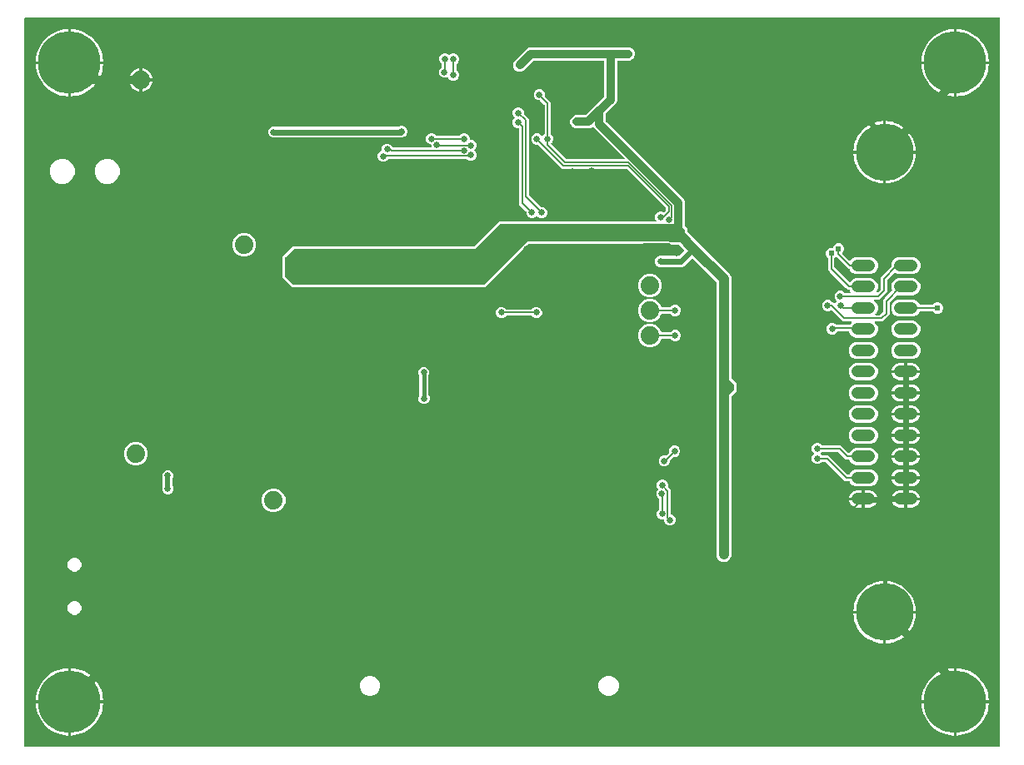
<source format=gbr>
G04 EAGLE Gerber RS-274X export*
G75*
%MOMM*%
%FSLAX34Y34*%
%LPD*%
%INBottom Copper*%
%IPPOS*%
%AMOC8*
5,1,8,0,0,1.08239X$1,22.5*%
G01*
%ADD10C,1.219200*%
%ADD11C,5.842000*%
%ADD12C,6.350000*%
%ADD13C,1.879600*%
%ADD14C,0.635000*%
%ADD15C,0.127000*%
%ADD16C,0.508000*%
%ADD17C,0.609600*%
%ADD18C,0.254000*%
%ADD19C,1.016000*%
%ADD20C,0.604000*%
%ADD21C,0.812800*%
%ADD22C,0.406400*%
%ADD23C,0.177800*%
%ADD24C,0.304800*%
%ADD25C,0.152400*%

G36*
X995020Y4242D02*
X995020Y4242D01*
X995039Y4240D01*
X995141Y4262D01*
X995243Y4279D01*
X995260Y4288D01*
X995280Y4292D01*
X995369Y4345D01*
X995460Y4394D01*
X995474Y4408D01*
X995491Y4418D01*
X995558Y4497D01*
X995630Y4572D01*
X995638Y4590D01*
X995651Y4605D01*
X995690Y4701D01*
X995733Y4795D01*
X995735Y4815D01*
X995743Y4833D01*
X995761Y5000D01*
X995761Y745000D01*
X995758Y745020D01*
X995760Y745039D01*
X995738Y745141D01*
X995722Y745243D01*
X995712Y745260D01*
X995708Y745280D01*
X995655Y745369D01*
X995606Y745460D01*
X995592Y745474D01*
X995582Y745491D01*
X995503Y745558D01*
X995428Y745630D01*
X995410Y745638D01*
X995395Y745651D01*
X995299Y745690D01*
X995205Y745733D01*
X995185Y745735D01*
X995167Y745743D01*
X995000Y745761D01*
X5000Y745761D01*
X4980Y745758D01*
X4961Y745760D01*
X4859Y745738D01*
X4757Y745722D01*
X4740Y745712D01*
X4720Y745708D01*
X4631Y745655D01*
X4540Y745606D01*
X4526Y745592D01*
X4509Y745582D01*
X4442Y745503D01*
X4371Y745428D01*
X4362Y745410D01*
X4349Y745395D01*
X4310Y745299D01*
X4267Y745205D01*
X4265Y745185D01*
X4257Y745167D01*
X4239Y745000D01*
X4239Y5000D01*
X4242Y4980D01*
X4240Y4961D01*
X4262Y4859D01*
X4279Y4757D01*
X4288Y4740D01*
X4292Y4720D01*
X4345Y4631D01*
X4394Y4540D01*
X4408Y4526D01*
X4418Y4509D01*
X4497Y4442D01*
X4572Y4371D01*
X4590Y4362D01*
X4605Y4349D01*
X4701Y4310D01*
X4795Y4267D01*
X4815Y4265D01*
X4833Y4257D01*
X5000Y4239D01*
X995000Y4239D01*
X995020Y4242D01*
G37*
%LPC*%
G36*
X713484Y192379D02*
X713484Y192379D01*
X710683Y193539D01*
X708539Y195683D01*
X707379Y198484D01*
X707379Y476528D01*
X707365Y476618D01*
X707357Y476709D01*
X707345Y476739D01*
X707340Y476771D01*
X707297Y476852D01*
X707261Y476935D01*
X707235Y476968D01*
X707224Y476988D01*
X707201Y477010D01*
X707156Y477066D01*
X683351Y500871D01*
X683335Y500883D01*
X683323Y500898D01*
X683235Y500955D01*
X683152Y501015D01*
X683133Y501021D01*
X683116Y501031D01*
X683015Y501057D01*
X682917Y501087D01*
X682897Y501087D01*
X682877Y501091D01*
X682774Y501083D01*
X682671Y501081D01*
X682652Y501074D01*
X682632Y501072D01*
X682537Y501032D01*
X682440Y500996D01*
X682424Y500984D01*
X682406Y500976D01*
X682275Y500871D01*
X676345Y494941D01*
X674666Y493262D01*
X672612Y492411D01*
X652595Y492411D01*
X652530Y492401D01*
X652465Y492400D01*
X652385Y492377D01*
X652352Y492372D01*
X652335Y492362D01*
X652304Y492353D01*
X652137Y492284D01*
X649863Y492284D01*
X647762Y493154D01*
X646154Y494762D01*
X645284Y496863D01*
X645284Y499137D01*
X646154Y501238D01*
X647762Y502846D01*
X649863Y503716D01*
X652137Y503716D01*
X652304Y503647D01*
X652367Y503632D01*
X652428Y503607D01*
X652511Y503598D01*
X652543Y503591D01*
X652562Y503592D01*
X652595Y503589D01*
X668870Y503589D01*
X668960Y503603D01*
X669051Y503611D01*
X669081Y503623D01*
X669112Y503628D01*
X669193Y503671D01*
X669277Y503707D01*
X669309Y503733D01*
X669330Y503744D01*
X669352Y503767D01*
X669408Y503812D01*
X674371Y508775D01*
X674383Y508791D01*
X674398Y508804D01*
X674454Y508891D01*
X674515Y508975D01*
X674521Y508994D01*
X674531Y509010D01*
X674557Y509111D01*
X674587Y509210D01*
X674587Y509230D01*
X674591Y509249D01*
X674583Y509352D01*
X674581Y509456D01*
X674574Y509474D01*
X674572Y509494D01*
X674532Y509589D01*
X674496Y509687D01*
X674484Y509702D01*
X674476Y509720D01*
X674371Y509851D01*
X669621Y514601D01*
X669547Y514654D01*
X669478Y514714D01*
X669448Y514726D01*
X669422Y514745D01*
X669335Y514772D01*
X669250Y514806D01*
X669209Y514810D01*
X669187Y514817D01*
X669154Y514816D01*
X669083Y514824D01*
X653185Y514824D01*
X652408Y515601D01*
X652334Y515654D01*
X652264Y515714D01*
X652234Y515726D01*
X652208Y515745D01*
X652121Y515772D01*
X652036Y515806D01*
X651995Y515810D01*
X651973Y515817D01*
X651941Y515816D01*
X651869Y515824D01*
X516631Y515824D01*
X516541Y515810D01*
X516450Y515802D01*
X516420Y515790D01*
X516388Y515785D01*
X516307Y515742D01*
X516223Y515706D01*
X516191Y515680D01*
X516171Y515669D01*
X516148Y515646D01*
X516147Y515645D01*
X516145Y515644D01*
X516143Y515642D01*
X516092Y515601D01*
X472315Y471824D01*
X276185Y471824D01*
X274101Y473908D01*
X268908Y479101D01*
X268907Y479101D01*
X266824Y481185D01*
X266824Y502815D01*
X277185Y513176D01*
X460869Y513176D01*
X460959Y513190D01*
X461050Y513198D01*
X461080Y513210D01*
X461112Y513215D01*
X461193Y513258D01*
X461277Y513294D01*
X461309Y513320D01*
X461329Y513331D01*
X461352Y513354D01*
X461408Y513399D01*
X486185Y538176D01*
X645903Y538176D01*
X645974Y538187D01*
X646046Y538189D01*
X646095Y538207D01*
X646146Y538215D01*
X646209Y538249D01*
X646277Y538274D01*
X646317Y538306D01*
X646363Y538331D01*
X646413Y538382D01*
X646469Y538427D01*
X646497Y538471D01*
X646533Y538509D01*
X646563Y538574D01*
X646602Y538634D01*
X646614Y538685D01*
X646636Y538732D01*
X646644Y538803D01*
X646662Y538873D01*
X646658Y538925D01*
X646663Y538976D01*
X646648Y539047D01*
X646643Y539118D01*
X646622Y539166D01*
X646611Y539217D01*
X646574Y539278D01*
X646546Y539344D01*
X646502Y539400D01*
X646485Y539428D01*
X646467Y539443D01*
X646441Y539475D01*
X646181Y539735D01*
X645311Y541836D01*
X645311Y544110D01*
X646181Y546211D01*
X647789Y547819D01*
X649890Y548689D01*
X652164Y548689D01*
X653524Y548125D01*
X653638Y548099D01*
X653751Y548070D01*
X653757Y548071D01*
X653763Y548069D01*
X653880Y548080D01*
X653996Y548089D01*
X654002Y548092D01*
X654008Y548092D01*
X654115Y548140D01*
X654222Y548186D01*
X654228Y548190D01*
X654233Y548192D01*
X654246Y548205D01*
X654353Y548291D01*
X655628Y549566D01*
X655681Y549640D01*
X655741Y549709D01*
X655753Y549739D01*
X655772Y549765D01*
X655799Y549852D01*
X655833Y549937D01*
X655837Y549978D01*
X655844Y550000D01*
X655843Y550033D01*
X655851Y550104D01*
X655851Y552342D01*
X655848Y552361D01*
X655850Y552378D01*
X655835Y552446D01*
X655829Y552523D01*
X655817Y552553D01*
X655811Y552585D01*
X655801Y552605D01*
X655798Y552619D01*
X655766Y552672D01*
X655733Y552750D01*
X655707Y552782D01*
X655696Y552802D01*
X655677Y552821D01*
X655672Y552830D01*
X655663Y552837D01*
X655628Y552881D01*
X616434Y592074D01*
X616361Y592127D01*
X616291Y592187D01*
X616261Y592199D01*
X616235Y592218D01*
X616148Y592245D01*
X616063Y592279D01*
X616022Y592283D01*
X616000Y592290D01*
X615967Y592289D01*
X615896Y592297D01*
X550712Y592297D01*
X526448Y616561D01*
X526374Y616614D01*
X526304Y616674D01*
X526274Y616686D01*
X526248Y616705D01*
X526161Y616732D01*
X526076Y616766D01*
X526035Y616770D01*
X526013Y616777D01*
X525981Y616776D01*
X525909Y616784D01*
X523863Y616784D01*
X521762Y617654D01*
X520154Y619262D01*
X519284Y621363D01*
X519284Y623637D01*
X520154Y625738D01*
X521762Y627346D01*
X523863Y628216D01*
X526137Y628216D01*
X528238Y627346D01*
X529871Y625713D01*
X529908Y625686D01*
X529939Y625652D01*
X530007Y625615D01*
X530070Y625569D01*
X530114Y625556D01*
X530155Y625533D01*
X530231Y625520D01*
X530305Y625497D01*
X530351Y625498D01*
X530397Y625490D01*
X530473Y625501D01*
X530551Y625503D01*
X530595Y625519D01*
X530640Y625526D01*
X530709Y625561D01*
X530782Y625588D01*
X530818Y625616D01*
X530859Y625637D01*
X530914Y625693D01*
X530974Y625741D01*
X530999Y625780D01*
X531031Y625813D01*
X531050Y625848D01*
X532523Y627321D01*
X532576Y627394D01*
X532636Y627464D01*
X532648Y627494D01*
X532667Y627520D01*
X532694Y627607D01*
X532728Y627692D01*
X532732Y627733D01*
X532739Y627755D01*
X532738Y627788D01*
X532746Y627859D01*
X532746Y656947D01*
X532732Y657037D01*
X532724Y657128D01*
X532712Y657158D01*
X532707Y657190D01*
X532664Y657271D01*
X532628Y657355D01*
X532602Y657387D01*
X532591Y657407D01*
X532568Y657430D01*
X532523Y657486D01*
X528448Y661561D01*
X528374Y661614D01*
X528304Y661674D01*
X528274Y661686D01*
X528248Y661705D01*
X528161Y661732D01*
X528076Y661766D01*
X528035Y661770D01*
X528013Y661777D01*
X527981Y661776D01*
X527909Y661784D01*
X526363Y661784D01*
X524262Y662654D01*
X522654Y664262D01*
X521784Y666363D01*
X521784Y668637D01*
X522654Y670738D01*
X524262Y672346D01*
X526363Y673216D01*
X528637Y673216D01*
X530738Y672346D01*
X532346Y670738D01*
X533216Y668637D01*
X533216Y666321D01*
X533212Y666304D01*
X533183Y666190D01*
X533184Y666184D01*
X533182Y666178D01*
X533193Y666062D01*
X533202Y665945D01*
X533205Y665939D01*
X533205Y665933D01*
X533253Y665826D01*
X533298Y665719D01*
X533303Y665713D01*
X533305Y665708D01*
X533318Y665695D01*
X533403Y665588D01*
X539098Y659893D01*
X539098Y627859D01*
X539112Y627769D01*
X539120Y627678D01*
X539132Y627648D01*
X539137Y627616D01*
X539180Y627535D01*
X539216Y627451D01*
X539242Y627419D01*
X539253Y627399D01*
X539276Y627376D01*
X539321Y627321D01*
X540768Y625874D01*
X541638Y623773D01*
X541638Y621499D01*
X540768Y619398D01*
X539585Y618216D01*
X539573Y618200D01*
X539558Y618187D01*
X539502Y618100D01*
X539441Y618016D01*
X539436Y617997D01*
X539425Y617980D01*
X539400Y617880D01*
X539369Y617781D01*
X539370Y617761D01*
X539365Y617742D01*
X539373Y617639D01*
X539375Y617535D01*
X539382Y617516D01*
X539384Y617496D01*
X539424Y617402D01*
X539460Y617304D01*
X539472Y617288D01*
X539480Y617270D01*
X539585Y617139D01*
X554566Y602158D01*
X554640Y602105D01*
X554710Y602045D01*
X554740Y602033D01*
X554766Y602014D01*
X554853Y601988D01*
X554938Y601953D01*
X554979Y601949D01*
X555001Y601942D01*
X555033Y601943D01*
X555105Y601935D01*
X613387Y601935D01*
X613458Y601946D01*
X613529Y601948D01*
X613578Y601966D01*
X613630Y601975D01*
X613693Y602008D01*
X613760Y602033D01*
X613801Y602065D01*
X613847Y602090D01*
X613896Y602142D01*
X613952Y602186D01*
X613980Y602230D01*
X614016Y602268D01*
X614047Y602333D01*
X614085Y602393D01*
X614098Y602444D01*
X614120Y602491D01*
X614128Y602562D01*
X614145Y602632D01*
X614141Y602684D01*
X614147Y602736D01*
X614132Y602806D01*
X614126Y602877D01*
X614106Y602925D01*
X614095Y602976D01*
X614058Y603038D01*
X614030Y603103D01*
X613985Y603159D01*
X613969Y603187D01*
X613951Y603202D01*
X613925Y603234D01*
X584866Y632294D01*
X582901Y634259D01*
X582809Y634480D01*
X582785Y634519D01*
X582769Y634562D01*
X582721Y634623D01*
X582680Y634689D01*
X582644Y634718D01*
X582615Y634754D01*
X582550Y634796D01*
X582490Y634846D01*
X582447Y634862D01*
X582409Y634887D01*
X582333Y634906D01*
X582260Y634934D01*
X582215Y634936D01*
X582170Y634947D01*
X582092Y634941D01*
X582015Y634945D01*
X581971Y634932D01*
X581925Y634928D01*
X581853Y634898D01*
X581778Y634876D01*
X581741Y634850D01*
X581698Y634832D01*
X581592Y634746D01*
X581576Y634736D01*
X581573Y634732D01*
X581567Y634727D01*
X581241Y634401D01*
X578814Y633395D01*
X564186Y633395D01*
X561759Y634401D01*
X559901Y636259D01*
X558895Y638686D01*
X558895Y641314D01*
X559901Y643741D01*
X561759Y645599D01*
X564186Y646605D01*
X574449Y646605D01*
X574539Y646619D01*
X574630Y646627D01*
X574660Y646639D01*
X574692Y646644D01*
X574772Y646687D01*
X574856Y646723D01*
X574888Y646749D01*
X574909Y646760D01*
X574931Y646783D01*
X574987Y646828D01*
X582794Y654634D01*
X584866Y656706D01*
X593172Y665013D01*
X593225Y665087D01*
X593285Y665156D01*
X593297Y665186D01*
X593316Y665213D01*
X593343Y665300D01*
X593377Y665384D01*
X593381Y665425D01*
X593388Y665448D01*
X593387Y665480D01*
X593395Y665551D01*
X593395Y701134D01*
X593392Y701154D01*
X593394Y701173D01*
X593372Y701275D01*
X593356Y701377D01*
X593346Y701394D01*
X593342Y701414D01*
X593289Y701503D01*
X593240Y701594D01*
X593226Y701608D01*
X593216Y701625D01*
X593137Y701692D01*
X593062Y701764D01*
X593044Y701772D01*
X593029Y701785D01*
X592933Y701824D01*
X592839Y701867D01*
X592819Y701869D01*
X592801Y701877D01*
X592634Y701895D01*
X521524Y701895D01*
X521434Y701881D01*
X521343Y701873D01*
X521313Y701861D01*
X521281Y701856D01*
X521201Y701813D01*
X521117Y701777D01*
X521085Y701751D01*
X521064Y701740D01*
X521042Y701717D01*
X520986Y701672D01*
X511214Y691901D01*
X508787Y690895D01*
X506159Y690895D01*
X503732Y691901D01*
X501874Y693759D01*
X500868Y696186D01*
X500868Y698814D01*
X501874Y701241D01*
X514732Y714099D01*
X517159Y715105D01*
X598328Y715105D01*
X598392Y715115D01*
X598458Y715116D01*
X598538Y715139D01*
X598570Y715144D01*
X598588Y715154D01*
X598619Y715163D01*
X599686Y715605D01*
X619314Y715605D01*
X621741Y714599D01*
X623599Y712741D01*
X624605Y710314D01*
X624605Y707686D01*
X623599Y705259D01*
X621741Y703401D01*
X619314Y702395D01*
X607366Y702395D01*
X607346Y702392D01*
X607327Y702394D01*
X607225Y702372D01*
X607123Y702356D01*
X607106Y702346D01*
X607086Y702342D01*
X606997Y702289D01*
X606906Y702240D01*
X606892Y702226D01*
X606875Y702216D01*
X606808Y702137D01*
X606736Y702062D01*
X606728Y702044D01*
X606715Y702029D01*
X606676Y701933D01*
X606633Y701839D01*
X606631Y701819D01*
X606623Y701801D01*
X606605Y701634D01*
X606605Y661186D01*
X605599Y658759D01*
X595328Y648487D01*
X595275Y648413D01*
X595215Y648344D01*
X595203Y648314D01*
X595184Y648287D01*
X595157Y648200D01*
X595123Y648116D01*
X595119Y648075D01*
X595112Y648052D01*
X595113Y648020D01*
X595105Y647949D01*
X595105Y641051D01*
X595119Y640961D01*
X595127Y640870D01*
X595139Y640840D01*
X595144Y640808D01*
X595187Y640728D01*
X595223Y640644D01*
X595249Y640612D01*
X595260Y640591D01*
X595283Y640569D01*
X595328Y640513D01*
X674599Y561241D01*
X675605Y558814D01*
X675605Y534202D01*
X675619Y534112D01*
X675627Y534021D01*
X675639Y533991D01*
X675644Y533959D01*
X675687Y533878D01*
X675723Y533794D01*
X675749Y533762D01*
X675760Y533742D01*
X675783Y533719D01*
X675828Y533663D01*
X676093Y533399D01*
X678176Y531315D01*
X678176Y527917D01*
X678190Y527827D01*
X678198Y527736D01*
X678210Y527706D01*
X678215Y527674D01*
X678258Y527593D01*
X678294Y527510D01*
X678320Y527477D01*
X678331Y527457D01*
X678354Y527435D01*
X678399Y527379D01*
X690817Y514960D01*
X690818Y514960D01*
X719210Y486568D01*
X721461Y484317D01*
X722621Y481516D01*
X722621Y379686D01*
X722635Y379596D01*
X722643Y379505D01*
X722655Y379475D01*
X722660Y379443D01*
X722703Y379362D01*
X722739Y379278D01*
X722765Y379246D01*
X722776Y379226D01*
X722799Y379203D01*
X722844Y379147D01*
X723399Y378593D01*
X723399Y378592D01*
X726092Y375899D01*
X728176Y373815D01*
X728176Y366185D01*
X722844Y360853D01*
X722791Y360779D01*
X722731Y360709D01*
X722719Y360679D01*
X722700Y360653D01*
X722673Y360566D01*
X722639Y360481D01*
X722635Y360440D01*
X722628Y360418D01*
X722629Y360386D01*
X722621Y360314D01*
X722621Y198484D01*
X721461Y195683D01*
X719317Y193539D01*
X716516Y192379D01*
X713484Y192379D01*
G37*
%LPD*%
G36*
X471042Y474373D02*
X471042Y474373D01*
X471084Y474371D01*
X471151Y474393D01*
X471221Y474405D01*
X471257Y474427D01*
X471298Y474440D01*
X471371Y474494D01*
X471414Y474520D01*
X471427Y474536D01*
X471448Y474552D01*
X515263Y518366D01*
X653237Y518366D01*
X653592Y518012D01*
X653626Y517987D01*
X653655Y517956D01*
X653718Y517924D01*
X653776Y517883D01*
X653817Y517873D01*
X653855Y517853D01*
X653944Y517840D01*
X653993Y517827D01*
X654014Y517830D01*
X654040Y517826D01*
X659486Y517826D01*
X659760Y517552D01*
X659795Y517527D01*
X659824Y517496D01*
X659886Y517464D01*
X659944Y517423D01*
X659985Y517413D01*
X660023Y517393D01*
X660113Y517380D01*
X660162Y517368D01*
X660182Y517370D01*
X660209Y517366D01*
X670500Y517366D01*
X670542Y517373D01*
X670584Y517371D01*
X670651Y517393D01*
X670721Y517405D01*
X670757Y517427D01*
X670798Y517440D01*
X670871Y517494D01*
X670914Y517520D01*
X670927Y517536D01*
X670948Y517552D01*
X675448Y522052D01*
X675473Y522086D01*
X675504Y522115D01*
X675536Y522178D01*
X675577Y522236D01*
X675587Y522277D01*
X675607Y522315D01*
X675620Y522404D01*
X675633Y522453D01*
X675630Y522474D01*
X675634Y522500D01*
X675634Y530000D01*
X675627Y530042D01*
X675629Y530084D01*
X675607Y530151D01*
X675595Y530221D01*
X675573Y530257D01*
X675560Y530298D01*
X675506Y530371D01*
X675480Y530414D01*
X675464Y530427D01*
X675448Y530448D01*
X670448Y535448D01*
X670414Y535473D01*
X670385Y535504D01*
X670322Y535536D01*
X670264Y535577D01*
X670223Y535587D01*
X670185Y535607D01*
X670096Y535620D01*
X670047Y535633D01*
X670026Y535630D01*
X670000Y535634D01*
X487500Y535634D01*
X487458Y535627D01*
X487416Y535629D01*
X487349Y535607D01*
X487279Y535595D01*
X487243Y535573D01*
X487202Y535560D01*
X487129Y535506D01*
X487086Y535480D01*
X487073Y535464D01*
X487052Y535448D01*
X462237Y510634D01*
X278500Y510634D01*
X278458Y510627D01*
X278416Y510629D01*
X278349Y510607D01*
X278279Y510595D01*
X278243Y510573D01*
X278202Y510560D01*
X278129Y510506D01*
X278086Y510480D01*
X278073Y510464D01*
X278052Y510448D01*
X269552Y501948D01*
X269527Y501914D01*
X269496Y501885D01*
X269464Y501822D01*
X269423Y501764D01*
X269413Y501723D01*
X269393Y501685D01*
X269380Y501596D01*
X269368Y501547D01*
X269370Y501526D01*
X269366Y501500D01*
X269366Y482500D01*
X269373Y482458D01*
X269371Y482416D01*
X269393Y482349D01*
X269405Y482279D01*
X269427Y482243D01*
X269440Y482202D01*
X269494Y482129D01*
X269520Y482086D01*
X269536Y482073D01*
X269552Y482052D01*
X277052Y474552D01*
X277086Y474527D01*
X277115Y474496D01*
X277178Y474464D01*
X277236Y474423D01*
X277277Y474413D01*
X277315Y474393D01*
X277404Y474380D01*
X277453Y474368D01*
X277474Y474370D01*
X277500Y474366D01*
X471000Y474366D01*
X471042Y474373D01*
G37*
%LPC*%
G36*
X848896Y420338D02*
X848896Y420338D01*
X845722Y421653D01*
X843292Y424083D01*
X842404Y426227D01*
X842342Y426327D01*
X842282Y426427D01*
X842277Y426431D01*
X842274Y426436D01*
X842184Y426511D01*
X842095Y426587D01*
X842090Y426589D01*
X842085Y426593D01*
X841976Y426635D01*
X841867Y426679D01*
X841860Y426680D01*
X841855Y426681D01*
X841837Y426682D01*
X841700Y426697D01*
X830534Y426697D01*
X830419Y426678D01*
X830303Y426661D01*
X830298Y426659D01*
X830292Y426658D01*
X830189Y426603D01*
X830084Y426550D01*
X830080Y426545D01*
X830074Y426542D01*
X829994Y426458D01*
X829912Y426374D01*
X829908Y426368D01*
X829905Y426364D01*
X829897Y426347D01*
X829856Y426273D01*
X828238Y424654D01*
X826137Y423784D01*
X823863Y423784D01*
X821762Y424654D01*
X820154Y426262D01*
X819284Y428363D01*
X819284Y430637D01*
X820154Y432738D01*
X821762Y434346D01*
X823863Y435216D01*
X826137Y435216D01*
X828238Y434346D01*
X829058Y433526D01*
X829132Y433473D01*
X829201Y433413D01*
X829231Y433401D01*
X829257Y433382D01*
X829344Y433355D01*
X829429Y433321D01*
X829470Y433317D01*
X829492Y433310D01*
X829525Y433311D01*
X829596Y433303D01*
X842550Y433303D01*
X842664Y433322D01*
X842781Y433339D01*
X842786Y433341D01*
X842792Y433342D01*
X842895Y433397D01*
X843000Y433450D01*
X843004Y433455D01*
X843010Y433458D01*
X843090Y433542D01*
X843172Y433626D01*
X843176Y433632D01*
X843179Y433636D01*
X843187Y433653D01*
X843253Y433773D01*
X843292Y433867D01*
X844823Y435398D01*
X844864Y435456D01*
X844914Y435508D01*
X844936Y435555D01*
X844966Y435597D01*
X844987Y435666D01*
X845017Y435731D01*
X845023Y435783D01*
X845038Y435833D01*
X845037Y435904D01*
X845044Y435975D01*
X845033Y436026D01*
X845032Y436078D01*
X845007Y436146D01*
X844992Y436216D01*
X844966Y436261D01*
X844948Y436309D01*
X844903Y436365D01*
X844866Y436427D01*
X844826Y436461D01*
X844794Y436501D01*
X844734Y436540D01*
X844679Y436587D01*
X844631Y436606D01*
X844587Y436634D01*
X844518Y436652D01*
X844451Y436679D01*
X844380Y436687D01*
X844348Y436695D01*
X844325Y436693D01*
X844284Y436697D01*
X836132Y436697D01*
X824745Y448085D01*
X824728Y448096D01*
X824716Y448112D01*
X824628Y448168D01*
X824545Y448228D01*
X824526Y448234D01*
X824509Y448245D01*
X824408Y448270D01*
X824310Y448301D01*
X824290Y448300D01*
X824270Y448305D01*
X824167Y448297D01*
X824064Y448294D01*
X824045Y448287D01*
X824025Y448286D01*
X823930Y448245D01*
X823833Y448210D01*
X823817Y448197D01*
X823799Y448189D01*
X823774Y448169D01*
X821637Y447284D01*
X819363Y447284D01*
X817262Y448154D01*
X815654Y449762D01*
X814784Y451863D01*
X814784Y454137D01*
X815654Y456238D01*
X817262Y457846D01*
X819363Y458716D01*
X821637Y458716D01*
X823738Y457846D01*
X825058Y456526D01*
X825132Y456473D01*
X825201Y456413D01*
X825231Y456401D01*
X825257Y456382D01*
X825344Y456355D01*
X825429Y456321D01*
X825470Y456317D01*
X825492Y456310D01*
X825525Y456311D01*
X825596Y456303D01*
X825868Y456303D01*
X827052Y455119D01*
X827089Y455092D01*
X827120Y455058D01*
X827162Y455036D01*
X827192Y455009D01*
X827220Y454998D01*
X827251Y454975D01*
X827295Y454962D01*
X827336Y454940D01*
X827388Y454930D01*
X827421Y454917D01*
X827452Y454914D01*
X827487Y454903D01*
X827532Y454904D01*
X827578Y454896D01*
X827655Y454907D01*
X827732Y454909D01*
X827776Y454925D01*
X827821Y454932D01*
X827890Y454967D01*
X827963Y454994D01*
X827999Y455023D01*
X828040Y455043D01*
X828049Y455052D01*
X828051Y455054D01*
X828085Y455089D01*
X828095Y455099D01*
X828156Y455148D01*
X828180Y455186D01*
X828212Y455219D01*
X828218Y455229D01*
X828221Y455232D01*
X828227Y455245D01*
X828278Y455339D01*
X828289Y455355D01*
X828290Y455359D01*
X828293Y455366D01*
X828654Y456238D01*
X829378Y456962D01*
X829390Y456978D01*
X829406Y456990D01*
X829462Y457078D01*
X829522Y457161D01*
X829528Y457180D01*
X829539Y457197D01*
X829564Y457298D01*
X829594Y457397D01*
X829594Y457416D01*
X829599Y457436D01*
X829591Y457539D01*
X829588Y457642D01*
X829581Y457661D01*
X829580Y457681D01*
X829539Y457776D01*
X829504Y457873D01*
X829491Y457889D01*
X829483Y457907D01*
X829378Y458038D01*
X828431Y458985D01*
X827561Y461086D01*
X827561Y463360D01*
X828431Y465461D01*
X830039Y467069D01*
X832140Y467939D01*
X834414Y467939D01*
X836515Y467069D01*
X837835Y465749D01*
X837908Y465696D01*
X837978Y465636D01*
X838008Y465624D01*
X838034Y465605D01*
X838121Y465578D01*
X838206Y465544D01*
X838247Y465540D01*
X838269Y465533D01*
X838302Y465534D01*
X838373Y465526D01*
X843191Y465526D01*
X843262Y465537D01*
X843334Y465539D01*
X843383Y465557D01*
X843434Y465566D01*
X843497Y465599D01*
X843565Y465624D01*
X843605Y465656D01*
X843651Y465681D01*
X843701Y465733D01*
X843757Y465777D01*
X843785Y465821D01*
X843821Y465859D01*
X843851Y465924D01*
X843890Y465984D01*
X843902Y466035D01*
X843924Y466082D01*
X843932Y466153D01*
X843950Y466223D01*
X843946Y466275D01*
X843951Y466326D01*
X843936Y466397D01*
X843931Y466468D01*
X843910Y466516D01*
X843899Y466567D01*
X843862Y466628D01*
X843834Y466694D01*
X843789Y466750D01*
X843773Y466778D01*
X843755Y466793D01*
X843730Y466825D01*
X843292Y467263D01*
X842776Y468509D01*
X842714Y468609D01*
X842654Y468709D01*
X842650Y468713D01*
X842646Y468718D01*
X842556Y468793D01*
X842467Y468869D01*
X842461Y468871D01*
X842457Y468875D01*
X842348Y468917D01*
X842239Y468961D01*
X842232Y468962D01*
X842227Y468963D01*
X842209Y468964D01*
X842072Y468979D01*
X841030Y468979D01*
X838946Y471062D01*
X838946Y471063D01*
X822908Y487101D01*
X822907Y487101D01*
X820824Y489185D01*
X820824Y500996D01*
X820810Y501086D01*
X820802Y501177D01*
X820790Y501207D01*
X820785Y501239D01*
X820742Y501320D01*
X820706Y501404D01*
X820680Y501436D01*
X820669Y501456D01*
X820646Y501479D01*
X820601Y501535D01*
X819286Y502850D01*
X818439Y504894D01*
X818439Y507106D01*
X819286Y509150D01*
X820850Y510714D01*
X822894Y511561D01*
X825179Y511561D01*
X825249Y511544D01*
X825269Y511546D01*
X825289Y511543D01*
X825391Y511558D01*
X825494Y511567D01*
X825513Y511575D01*
X825532Y511578D01*
X825624Y511625D01*
X825719Y511667D01*
X825734Y511681D01*
X825752Y511690D01*
X825824Y511764D01*
X825900Y511833D01*
X825910Y511851D01*
X825924Y511865D01*
X826005Y512012D01*
X826786Y513898D01*
X828350Y515462D01*
X830394Y516309D01*
X832606Y516309D01*
X834650Y515462D01*
X836214Y513898D01*
X837061Y511854D01*
X837061Y509642D01*
X836214Y507598D01*
X835592Y506976D01*
X835580Y506960D01*
X835565Y506947D01*
X835509Y506860D01*
X835448Y506776D01*
X835443Y506757D01*
X835432Y506740D01*
X835406Y506640D01*
X835376Y506541D01*
X835377Y506521D01*
X835372Y506502D01*
X835380Y506399D01*
X835382Y506295D01*
X835389Y506276D01*
X835391Y506257D01*
X835431Y506162D01*
X835467Y506064D01*
X835479Y506048D01*
X835487Y506030D01*
X835592Y505899D01*
X842535Y498956D01*
X842551Y498945D01*
X842563Y498929D01*
X842651Y498873D01*
X842734Y498813D01*
X842753Y498807D01*
X842770Y498796D01*
X842871Y498771D01*
X842970Y498741D01*
X842989Y498741D01*
X843009Y498736D01*
X843112Y498744D01*
X843215Y498747D01*
X843234Y498754D01*
X843254Y498755D01*
X843349Y498796D01*
X843446Y498831D01*
X843462Y498844D01*
X843480Y498852D01*
X843611Y498956D01*
X845722Y501067D01*
X848896Y502382D01*
X864524Y502382D01*
X867698Y501067D01*
X870128Y498637D01*
X871443Y495463D01*
X871443Y492027D01*
X870128Y488853D01*
X867698Y486423D01*
X864524Y485108D01*
X848896Y485108D01*
X845722Y486423D01*
X843292Y488853D01*
X842776Y490099D01*
X842714Y490199D01*
X842654Y490299D01*
X842650Y490303D01*
X842646Y490308D01*
X842556Y490383D01*
X842467Y490459D01*
X842461Y490461D01*
X842457Y490465D01*
X842348Y490507D01*
X842239Y490551D01*
X842232Y490552D01*
X842227Y490553D01*
X842209Y490554D01*
X842072Y490569D01*
X841940Y490569D01*
X839856Y492653D01*
X829725Y502784D01*
X829709Y502796D01*
X829696Y502811D01*
X829609Y502867D01*
X829525Y502928D01*
X829506Y502933D01*
X829489Y502944D01*
X829389Y502970D01*
X829290Y503000D01*
X829270Y502999D01*
X829251Y503004D01*
X829148Y502996D01*
X829044Y502994D01*
X829025Y502987D01*
X829005Y502985D01*
X828911Y502945D01*
X828813Y502909D01*
X828797Y502897D01*
X828779Y502889D01*
X828648Y502784D01*
X827399Y501535D01*
X827346Y501461D01*
X827286Y501391D01*
X827274Y501361D01*
X827255Y501335D01*
X827228Y501248D01*
X827194Y501163D01*
X827190Y501122D01*
X827183Y501100D01*
X827184Y501068D01*
X827176Y500996D01*
X827176Y492131D01*
X827190Y492041D01*
X827198Y491950D01*
X827210Y491920D01*
X827215Y491888D01*
X827258Y491807D01*
X827294Y491723D01*
X827320Y491691D01*
X827331Y491671D01*
X827354Y491648D01*
X827399Y491592D01*
X842092Y476900D01*
X842129Y476873D01*
X842160Y476839D01*
X842229Y476801D01*
X842291Y476756D01*
X842335Y476742D01*
X842376Y476720D01*
X842452Y476706D01*
X842526Y476684D01*
X842573Y476685D01*
X842618Y476677D01*
X842695Y476688D01*
X842772Y476690D01*
X842816Y476706D01*
X842861Y476713D01*
X842930Y476748D01*
X843003Y476774D01*
X843040Y476803D01*
X843081Y476824D01*
X843135Y476880D01*
X843195Y476928D01*
X843220Y476967D01*
X843253Y477000D01*
X843262Y477018D01*
X845722Y479477D01*
X848896Y480792D01*
X864524Y480792D01*
X867698Y479477D01*
X870128Y477047D01*
X871443Y473873D01*
X871443Y470437D01*
X870204Y467446D01*
X870181Y467351D01*
X870153Y467258D01*
X870153Y467231D01*
X870147Y467206D01*
X870157Y467109D01*
X870159Y467012D01*
X870168Y466987D01*
X870171Y466961D01*
X870210Y466872D01*
X870244Y466781D01*
X870260Y466760D01*
X870271Y466736D01*
X870336Y466665D01*
X870397Y466589D01*
X870419Y466575D01*
X870437Y466555D01*
X870522Y466508D01*
X870604Y466456D01*
X870630Y466449D01*
X870652Y466437D01*
X870748Y466419D01*
X870843Y466396D01*
X870869Y466398D01*
X870895Y466393D01*
X870991Y466407D01*
X871088Y466415D01*
X871112Y466425D01*
X871138Y466429D01*
X871225Y466473D01*
X871314Y466511D01*
X871340Y466532D01*
X871357Y466540D01*
X871380Y466564D01*
X871445Y466616D01*
X873974Y469145D01*
X874027Y469219D01*
X874087Y469288D01*
X874099Y469319D01*
X874118Y469345D01*
X874145Y469432D01*
X874179Y469517D01*
X874183Y469558D01*
X874190Y469580D01*
X874189Y469612D01*
X874197Y469683D01*
X874197Y481368D01*
X876355Y483526D01*
X884934Y492105D01*
X884987Y492179D01*
X885047Y492248D01*
X885059Y492279D01*
X885078Y492305D01*
X885105Y492392D01*
X885139Y492477D01*
X885143Y492518D01*
X885150Y492540D01*
X885149Y492572D01*
X885157Y492643D01*
X885157Y495463D01*
X886472Y498637D01*
X888902Y501067D01*
X892076Y502382D01*
X907704Y502382D01*
X910878Y501067D01*
X913308Y498637D01*
X914623Y495463D01*
X914623Y492027D01*
X913308Y488853D01*
X910878Y486423D01*
X907704Y485108D01*
X892076Y485108D01*
X889154Y486319D01*
X889040Y486345D01*
X888927Y486374D01*
X888921Y486373D01*
X888914Y486375D01*
X888798Y486364D01*
X888682Y486355D01*
X888676Y486352D01*
X888670Y486352D01*
X888562Y486304D01*
X888455Y486258D01*
X888449Y486254D01*
X888445Y486252D01*
X888431Y486239D01*
X888324Y486154D01*
X881026Y478855D01*
X880973Y478781D01*
X880913Y478712D01*
X880901Y478681D01*
X880882Y478655D01*
X880855Y478568D01*
X880821Y478483D01*
X880817Y478442D01*
X880810Y478420D01*
X880811Y478388D01*
X880803Y478317D01*
X880803Y466632D01*
X873091Y458920D01*
X868503Y458920D01*
X868432Y458909D01*
X868360Y458907D01*
X868311Y458889D01*
X868260Y458881D01*
X868197Y458847D01*
X868129Y458822D01*
X868089Y458790D01*
X868043Y458765D01*
X867993Y458714D01*
X867937Y458669D01*
X867909Y458625D01*
X867873Y458587D01*
X867843Y458522D01*
X867804Y458462D01*
X867792Y458411D01*
X867770Y458364D01*
X867762Y458293D01*
X867744Y458223D01*
X867748Y458171D01*
X867742Y458120D01*
X867758Y458049D01*
X867763Y457978D01*
X867784Y457930D01*
X867795Y457879D01*
X867832Y457818D01*
X867860Y457752D01*
X867904Y457696D01*
X867921Y457668D01*
X867939Y457653D01*
X867964Y457621D01*
X870128Y455457D01*
X871443Y452283D01*
X871443Y448847D01*
X870128Y445673D01*
X869057Y444602D01*
X869016Y444544D01*
X868966Y444492D01*
X868944Y444445D01*
X868914Y444403D01*
X868893Y444334D01*
X868863Y444269D01*
X868857Y444217D01*
X868842Y444167D01*
X868843Y444096D01*
X868836Y444025D01*
X868847Y443974D01*
X868848Y443922D01*
X868873Y443854D01*
X868888Y443784D01*
X868914Y443739D01*
X868932Y443691D01*
X868977Y443635D01*
X869014Y443573D01*
X869054Y443539D01*
X869086Y443499D01*
X869146Y443460D01*
X869201Y443413D01*
X869249Y443394D01*
X869293Y443366D01*
X869362Y443348D01*
X869429Y443321D01*
X869500Y443313D01*
X869531Y443305D01*
X869555Y443307D01*
X869596Y443303D01*
X873317Y443303D01*
X873407Y443317D01*
X873498Y443325D01*
X873527Y443337D01*
X873559Y443342D01*
X873640Y443385D01*
X873724Y443421D01*
X873756Y443447D01*
X873777Y443458D01*
X873799Y443481D01*
X873855Y443526D01*
X876474Y446145D01*
X876527Y446219D01*
X876587Y446288D01*
X876599Y446319D01*
X876618Y446345D01*
X876645Y446432D01*
X876679Y446517D01*
X876683Y446558D01*
X876690Y446580D01*
X876689Y446612D01*
X876697Y446683D01*
X876697Y458868D01*
X878855Y461026D01*
X885708Y467879D01*
X885776Y467973D01*
X885846Y468068D01*
X885848Y468074D01*
X885852Y468079D01*
X885886Y468190D01*
X885922Y468301D01*
X885922Y468308D01*
X885924Y468314D01*
X885921Y468431D01*
X885920Y468547D01*
X885918Y468555D01*
X885918Y468560D01*
X885911Y468577D01*
X885873Y468709D01*
X885157Y470437D01*
X885157Y473873D01*
X886472Y477047D01*
X888902Y479477D01*
X892076Y480792D01*
X907704Y480792D01*
X910878Y479477D01*
X913308Y477047D01*
X914623Y473873D01*
X914623Y470437D01*
X913308Y467263D01*
X910878Y464833D01*
X907704Y463518D01*
X892076Y463518D01*
X891565Y463730D01*
X891452Y463756D01*
X891338Y463785D01*
X891332Y463785D01*
X891326Y463786D01*
X891209Y463775D01*
X891093Y463766D01*
X891087Y463764D01*
X891081Y463763D01*
X890973Y463715D01*
X890867Y463670D01*
X890861Y463665D01*
X890856Y463663D01*
X890842Y463650D01*
X890736Y463565D01*
X883526Y456355D01*
X883473Y456281D01*
X883413Y456212D01*
X883401Y456181D01*
X883382Y456155D01*
X883355Y456068D01*
X883321Y455983D01*
X883317Y455942D01*
X883310Y455920D01*
X883311Y455888D01*
X883303Y455817D01*
X883303Y443632D01*
X876368Y436697D01*
X869136Y436697D01*
X869065Y436686D01*
X868993Y436684D01*
X868944Y436666D01*
X868893Y436658D01*
X868830Y436624D01*
X868762Y436599D01*
X868722Y436567D01*
X868676Y436542D01*
X868626Y436490D01*
X868570Y436446D01*
X868542Y436402D01*
X868506Y436364D01*
X868476Y436299D01*
X868437Y436239D01*
X868425Y436188D01*
X868403Y436141D01*
X868395Y436070D01*
X868377Y436000D01*
X868381Y435948D01*
X868376Y435897D01*
X868391Y435826D01*
X868396Y435755D01*
X868417Y435707D01*
X868428Y435656D01*
X868465Y435595D01*
X868493Y435529D01*
X868537Y435473D01*
X868554Y435445D01*
X868572Y435430D01*
X868597Y435398D01*
X870128Y433867D01*
X871443Y430693D01*
X871443Y427257D01*
X870128Y424083D01*
X867698Y421653D01*
X864524Y420338D01*
X848896Y420338D01*
G37*
%LPD*%
%LPC*%
G36*
X367863Y599284D02*
X367863Y599284D01*
X365762Y600154D01*
X364154Y601762D01*
X363284Y603863D01*
X363284Y606137D01*
X364154Y608238D01*
X365762Y609846D01*
X366564Y610178D01*
X366664Y610239D01*
X366764Y610299D01*
X366768Y610304D01*
X366773Y610307D01*
X366848Y610397D01*
X366924Y610486D01*
X366926Y610492D01*
X366930Y610497D01*
X366972Y610605D01*
X367016Y610714D01*
X367017Y610722D01*
X367018Y610726D01*
X367019Y610745D01*
X367034Y610881D01*
X367034Y613126D01*
X367904Y615227D01*
X369512Y616835D01*
X371613Y617705D01*
X373887Y617705D01*
X375988Y616835D01*
X377596Y615227D01*
X377772Y614801D01*
X377806Y614746D01*
X377832Y614685D01*
X377884Y614620D01*
X377901Y614592D01*
X377916Y614580D01*
X377937Y614554D01*
X378592Y613899D01*
X378667Y613845D01*
X378736Y613786D01*
X378766Y613774D01*
X378792Y613755D01*
X378879Y613728D01*
X378964Y613694D01*
X379005Y613690D01*
X379027Y613683D01*
X379059Y613684D01*
X379131Y613676D01*
X417344Y613676D01*
X417389Y613683D01*
X417435Y613681D01*
X417510Y613703D01*
X417587Y613715D01*
X417627Y613737D01*
X417671Y613750D01*
X417735Y613794D01*
X417804Y613831D01*
X417836Y613864D01*
X417873Y613890D01*
X417920Y613953D01*
X417973Y614009D01*
X417993Y614051D01*
X418020Y614087D01*
X418044Y614161D01*
X418077Y614232D01*
X418082Y614278D01*
X418096Y614321D01*
X418096Y614399D01*
X418104Y614476D01*
X418094Y614521D01*
X418094Y614567D01*
X418056Y614698D01*
X418052Y614717D01*
X418049Y614721D01*
X418047Y614728D01*
X417784Y615363D01*
X417784Y616135D01*
X417781Y616155D01*
X417783Y616174D01*
X417761Y616276D01*
X417745Y616378D01*
X417735Y616395D01*
X417731Y616415D01*
X417678Y616504D01*
X417629Y616595D01*
X417615Y616609D01*
X417605Y616626D01*
X417526Y616693D01*
X417451Y616765D01*
X417433Y616773D01*
X417418Y616786D01*
X417322Y616825D01*
X417228Y616868D01*
X417208Y616870D01*
X417190Y616878D01*
X417023Y616896D01*
X416863Y616896D01*
X414762Y617766D01*
X413154Y619374D01*
X412284Y621475D01*
X412284Y623749D01*
X413154Y625850D01*
X414762Y627458D01*
X416863Y628328D01*
X419137Y628328D01*
X421238Y627458D01*
X422868Y625828D01*
X422942Y625775D01*
X423011Y625715D01*
X423041Y625703D01*
X423067Y625684D01*
X423154Y625657D01*
X423239Y625623D01*
X423280Y625619D01*
X423302Y625612D01*
X423335Y625613D01*
X423406Y625605D01*
X445706Y625605D01*
X445796Y625619D01*
X445887Y625627D01*
X445917Y625639D01*
X445949Y625644D01*
X446030Y625687D01*
X446113Y625723D01*
X446146Y625749D01*
X446166Y625760D01*
X446188Y625783D01*
X446244Y625828D01*
X447691Y627275D01*
X449792Y628145D01*
X452066Y628145D01*
X454167Y627275D01*
X455775Y625667D01*
X456645Y623566D01*
X456645Y622477D01*
X456648Y622457D01*
X456646Y622438D01*
X456668Y622336D01*
X456684Y622234D01*
X456694Y622217D01*
X456698Y622197D01*
X456751Y622108D01*
X456800Y622017D01*
X456814Y622003D01*
X456824Y621986D01*
X456903Y621919D01*
X456978Y621847D01*
X456996Y621839D01*
X457011Y621826D01*
X457107Y621787D01*
X457201Y621744D01*
X457221Y621742D01*
X457239Y621734D01*
X457406Y621716D01*
X459137Y621716D01*
X461238Y620846D01*
X462846Y619238D01*
X463716Y617137D01*
X463716Y614863D01*
X462846Y612762D01*
X461622Y611538D01*
X461610Y611522D01*
X461594Y611510D01*
X461538Y611422D01*
X461478Y611339D01*
X461472Y611320D01*
X461461Y611303D01*
X461436Y611202D01*
X461406Y611103D01*
X461406Y611084D01*
X461401Y611064D01*
X461409Y610961D01*
X461412Y610858D01*
X461419Y610839D01*
X461420Y610819D01*
X461461Y610724D01*
X461496Y610627D01*
X461509Y610611D01*
X461517Y610593D01*
X461622Y610462D01*
X462846Y609238D01*
X463716Y607137D01*
X463716Y604863D01*
X462846Y602762D01*
X461238Y601154D01*
X459137Y600284D01*
X456863Y600284D01*
X454762Y601154D01*
X453815Y602101D01*
X453741Y602154D01*
X453672Y602214D01*
X453642Y602226D01*
X453616Y602245D01*
X453529Y602272D01*
X453444Y602306D01*
X453403Y602310D01*
X453381Y602317D01*
X453348Y602316D01*
X453277Y602324D01*
X374587Y602324D01*
X374472Y602306D01*
X374356Y602288D01*
X374350Y602286D01*
X374344Y602285D01*
X374242Y602230D01*
X374137Y602177D01*
X374132Y602172D01*
X374127Y602169D01*
X374047Y602085D01*
X373965Y602001D01*
X373961Y601995D01*
X373957Y601991D01*
X373950Y601974D01*
X373884Y601854D01*
X373846Y601762D01*
X372238Y600154D01*
X370137Y599284D01*
X367863Y599284D01*
G37*
%LPD*%
%LPC*%
G36*
X256363Y623784D02*
X256363Y623784D01*
X254262Y624654D01*
X252654Y626262D01*
X251784Y628363D01*
X251784Y630637D01*
X252654Y632738D01*
X254262Y634346D01*
X256363Y635216D01*
X258637Y635216D01*
X258804Y635147D01*
X258867Y635132D01*
X258928Y635107D01*
X259011Y635098D01*
X259043Y635091D01*
X259062Y635092D01*
X259095Y635089D01*
X384698Y635089D01*
X384763Y635099D01*
X384828Y635100D01*
X384908Y635123D01*
X384941Y635128D01*
X384958Y635138D01*
X384989Y635147D01*
X386363Y635716D01*
X388637Y635716D01*
X390738Y634846D01*
X392346Y633238D01*
X393216Y631137D01*
X393216Y628863D01*
X392346Y626762D01*
X390738Y625154D01*
X390571Y625085D01*
X390515Y625051D01*
X390455Y625025D01*
X390390Y624973D01*
X390362Y624956D01*
X390350Y624941D01*
X390324Y624920D01*
X390166Y624762D01*
X388112Y623911D01*
X259095Y623911D01*
X259030Y623901D01*
X258965Y623900D01*
X258885Y623877D01*
X258852Y623872D01*
X258835Y623862D01*
X258804Y623853D01*
X258637Y623784D01*
X256363Y623784D01*
G37*
%LPD*%
%LPC*%
G36*
X848896Y269208D02*
X848896Y269208D01*
X845722Y270523D01*
X843292Y272953D01*
X842828Y274072D01*
X842767Y274172D01*
X842707Y274272D01*
X842702Y274276D01*
X842699Y274281D01*
X842609Y274356D01*
X842520Y274432D01*
X842514Y274434D01*
X842509Y274438D01*
X842401Y274480D01*
X842292Y274524D01*
X842284Y274525D01*
X842280Y274526D01*
X842261Y274527D01*
X842125Y274542D01*
X838287Y274542D01*
X818855Y293974D01*
X818781Y294027D01*
X818712Y294087D01*
X818681Y294099D01*
X818655Y294118D01*
X818568Y294145D01*
X818483Y294179D01*
X818442Y294183D01*
X818420Y294190D01*
X818388Y294189D01*
X818317Y294197D01*
X815096Y294197D01*
X815006Y294183D01*
X814915Y294175D01*
X814885Y294163D01*
X814853Y294158D01*
X814772Y294115D01*
X814689Y294079D01*
X814656Y294053D01*
X814636Y294042D01*
X814614Y294019D01*
X814558Y293974D01*
X813238Y292654D01*
X811137Y291784D01*
X808863Y291784D01*
X806762Y292654D01*
X805154Y294262D01*
X804284Y296363D01*
X804284Y298637D01*
X805154Y300738D01*
X806378Y301962D01*
X806390Y301978D01*
X806406Y301990D01*
X806462Y302078D01*
X806522Y302161D01*
X806528Y302180D01*
X806539Y302197D01*
X806564Y302298D01*
X806594Y302397D01*
X806594Y302416D01*
X806599Y302436D01*
X806591Y302539D01*
X806588Y302642D01*
X806581Y302661D01*
X806580Y302681D01*
X806539Y302776D01*
X806504Y302873D01*
X806491Y302889D01*
X806483Y302907D01*
X806378Y303038D01*
X805154Y304262D01*
X804284Y306363D01*
X804284Y308637D01*
X805154Y310738D01*
X806762Y312346D01*
X808863Y313216D01*
X811137Y313216D01*
X813238Y312346D01*
X814558Y311026D01*
X814632Y310973D01*
X814701Y310913D01*
X814731Y310901D01*
X814757Y310882D01*
X814844Y310855D01*
X814929Y310821D01*
X814970Y310817D01*
X814992Y310810D01*
X815025Y310811D01*
X815096Y310803D01*
X833868Y310803D01*
X841623Y303048D01*
X841660Y303021D01*
X841691Y302987D01*
X841760Y302950D01*
X841823Y302904D01*
X841866Y302891D01*
X841907Y302869D01*
X841983Y302855D01*
X842058Y302832D01*
X842104Y302833D01*
X842149Y302825D01*
X842226Y302836D01*
X842304Y302838D01*
X842347Y302854D01*
X842392Y302861D01*
X842461Y302896D01*
X842535Y302923D01*
X842570Y302951D01*
X842611Y302972D01*
X842666Y303028D01*
X842727Y303077D01*
X842751Y303115D01*
X842784Y303148D01*
X842850Y303268D01*
X842860Y303283D01*
X842861Y303288D01*
X842864Y303295D01*
X843292Y304327D01*
X845722Y306757D01*
X848896Y308072D01*
X864524Y308072D01*
X867698Y306757D01*
X870128Y304327D01*
X871443Y301153D01*
X871443Y297717D01*
X870128Y294543D01*
X867698Y292113D01*
X864524Y290798D01*
X848896Y290798D01*
X845722Y292113D01*
X843292Y294543D01*
X842828Y295662D01*
X842767Y295762D01*
X842707Y295862D01*
X842702Y295866D01*
X842699Y295871D01*
X842609Y295946D01*
X842520Y296022D01*
X842514Y296024D01*
X842509Y296028D01*
X842401Y296070D01*
X842292Y296114D01*
X842284Y296115D01*
X842280Y296116D01*
X842261Y296117D01*
X842125Y296132D01*
X839197Y296132D01*
X831355Y303974D01*
X831281Y304027D01*
X831212Y304087D01*
X831181Y304099D01*
X831155Y304118D01*
X831068Y304145D01*
X830983Y304179D01*
X830942Y304183D01*
X830920Y304190D01*
X830888Y304189D01*
X830817Y304197D01*
X815096Y304197D01*
X815006Y304183D01*
X814915Y304175D01*
X814885Y304163D01*
X814853Y304158D01*
X814772Y304115D01*
X814689Y304079D01*
X814656Y304053D01*
X814636Y304042D01*
X814614Y304019D01*
X814611Y304017D01*
X814610Y304016D01*
X814608Y304015D01*
X814558Y303974D01*
X813622Y303038D01*
X813610Y303022D01*
X813594Y303010D01*
X813538Y302922D01*
X813478Y302839D01*
X813472Y302820D01*
X813461Y302803D01*
X813436Y302702D01*
X813406Y302603D01*
X813406Y302584D01*
X813401Y302564D01*
X813409Y302461D01*
X813412Y302358D01*
X813419Y302339D01*
X813420Y302319D01*
X813461Y302224D01*
X813496Y302127D01*
X813509Y302111D01*
X813517Y302093D01*
X813622Y301962D01*
X814558Y301026D01*
X814632Y300973D01*
X814701Y300913D01*
X814731Y300901D01*
X814757Y300882D01*
X814844Y300855D01*
X814929Y300821D01*
X814970Y300817D01*
X814992Y300810D01*
X815025Y300811D01*
X815096Y300803D01*
X821368Y300803D01*
X840800Y281371D01*
X840874Y281318D01*
X840943Y281258D01*
X840974Y281246D01*
X841000Y281227D01*
X841087Y281200D01*
X841172Y281166D01*
X841213Y281162D01*
X841235Y281155D01*
X841267Y281156D01*
X841338Y281148D01*
X842125Y281148D01*
X842240Y281167D01*
X842356Y281184D01*
X842362Y281186D01*
X842368Y281187D01*
X842470Y281242D01*
X842575Y281295D01*
X842580Y281300D01*
X842585Y281303D01*
X842665Y281387D01*
X842747Y281471D01*
X842751Y281477D01*
X842755Y281481D01*
X842762Y281498D01*
X842828Y281618D01*
X843292Y282737D01*
X845722Y285167D01*
X848896Y286482D01*
X864524Y286482D01*
X867698Y285167D01*
X870128Y282737D01*
X871443Y279563D01*
X871443Y276127D01*
X870128Y272953D01*
X867698Y270523D01*
X864524Y269208D01*
X848896Y269208D01*
G37*
%LPD*%
%LPC*%
G36*
X518863Y541784D02*
X518863Y541784D01*
X516762Y542654D01*
X515154Y544262D01*
X514284Y546363D01*
X514284Y548409D01*
X514270Y548499D01*
X514262Y548590D01*
X514250Y548620D01*
X514245Y548652D01*
X514202Y548733D01*
X514166Y548817D01*
X514140Y548849D01*
X514129Y548869D01*
X514106Y548892D01*
X514061Y548948D01*
X507324Y555685D01*
X507324Y633023D01*
X507321Y633043D01*
X507323Y633062D01*
X507301Y633164D01*
X507285Y633266D01*
X507275Y633283D01*
X507271Y633303D01*
X507218Y633392D01*
X507169Y633483D01*
X507155Y633497D01*
X507145Y633514D01*
X507066Y633581D01*
X506991Y633653D01*
X506973Y633661D01*
X506958Y633674D01*
X506862Y633713D01*
X506768Y633756D01*
X506748Y633758D01*
X506730Y633766D01*
X506563Y633784D01*
X504863Y633784D01*
X502762Y634654D01*
X501154Y636262D01*
X500284Y638363D01*
X500284Y640637D01*
X501154Y642738D01*
X502172Y643756D01*
X502184Y643772D01*
X502200Y643784D01*
X502256Y643872D01*
X502316Y643955D01*
X502322Y643974D01*
X502333Y643991D01*
X502358Y644092D01*
X502388Y644191D01*
X502388Y644210D01*
X502393Y644230D01*
X502385Y644333D01*
X502382Y644436D01*
X502375Y644455D01*
X502374Y644475D01*
X502333Y644570D01*
X502298Y644667D01*
X502285Y644683D01*
X502277Y644701D01*
X502172Y644832D01*
X501242Y645762D01*
X500372Y647863D01*
X500372Y650137D01*
X501242Y652238D01*
X502850Y653846D01*
X504951Y654716D01*
X507225Y654716D01*
X509326Y653846D01*
X510934Y652238D01*
X511804Y650137D01*
X511804Y648091D01*
X511818Y648001D01*
X511826Y647910D01*
X511838Y647880D01*
X511843Y647848D01*
X511886Y647767D01*
X511922Y647683D01*
X511948Y647651D01*
X511959Y647631D01*
X511982Y647608D01*
X512027Y647552D01*
X516764Y642815D01*
X516764Y565543D01*
X516778Y565453D01*
X516786Y565362D01*
X516798Y565332D01*
X516803Y565300D01*
X516846Y565219D01*
X516882Y565135D01*
X516908Y565103D01*
X516919Y565083D01*
X516942Y565060D01*
X516987Y565004D01*
X528552Y553439D01*
X528626Y553386D01*
X528696Y553326D01*
X528726Y553314D01*
X528752Y553295D01*
X528839Y553268D01*
X528924Y553234D01*
X528965Y553230D01*
X528987Y553223D01*
X529019Y553224D01*
X529091Y553216D01*
X531137Y553216D01*
X533238Y552346D01*
X534846Y550738D01*
X535716Y548637D01*
X535716Y546363D01*
X534846Y544262D01*
X533238Y542654D01*
X531137Y541784D01*
X528863Y541784D01*
X526762Y542654D01*
X525538Y543878D01*
X525522Y543890D01*
X525510Y543906D01*
X525422Y543962D01*
X525339Y544022D01*
X525320Y544028D01*
X525303Y544039D01*
X525202Y544064D01*
X525103Y544094D01*
X525084Y544094D01*
X525064Y544099D01*
X524961Y544091D01*
X524858Y544088D01*
X524839Y544081D01*
X524819Y544080D01*
X524724Y544039D01*
X524627Y544004D01*
X524611Y543991D01*
X524593Y543983D01*
X524462Y543878D01*
X523238Y542654D01*
X521137Y541784D01*
X518863Y541784D01*
G37*
%LPD*%
%LPC*%
G36*
X951523Y701523D02*
X951523Y701523D01*
X951523Y734291D01*
X951685Y734291D01*
X955038Y733960D01*
X958342Y733303D01*
X961566Y732325D01*
X964679Y731036D01*
X967650Y729448D01*
X970452Y727576D01*
X973056Y725438D01*
X975438Y723056D01*
X977576Y720452D01*
X979448Y717650D01*
X981036Y714679D01*
X982325Y711566D01*
X983303Y708342D01*
X983960Y705038D01*
X984291Y701685D01*
X984291Y701523D01*
X951523Y701523D01*
G37*
%LPD*%
%LPC*%
G36*
X51523Y701523D02*
X51523Y701523D01*
X51523Y734291D01*
X51685Y734291D01*
X55038Y733960D01*
X58342Y733303D01*
X61566Y732325D01*
X64679Y731036D01*
X67650Y729448D01*
X70452Y727576D01*
X73056Y725438D01*
X75438Y723056D01*
X77576Y720452D01*
X79448Y717650D01*
X81036Y714679D01*
X82325Y711566D01*
X83303Y708342D01*
X83960Y705038D01*
X84291Y701685D01*
X84291Y701523D01*
X51523Y701523D01*
G37*
%LPD*%
%LPC*%
G36*
X51523Y51523D02*
X51523Y51523D01*
X51523Y84291D01*
X51685Y84291D01*
X55038Y83960D01*
X58342Y83303D01*
X61566Y82325D01*
X64679Y81036D01*
X67650Y79448D01*
X70452Y77576D01*
X73056Y75438D01*
X75438Y73056D01*
X77576Y70452D01*
X79448Y67650D01*
X81036Y64679D01*
X82325Y61566D01*
X83303Y58342D01*
X83960Y55038D01*
X84291Y51685D01*
X84291Y51523D01*
X51523Y51523D01*
G37*
%LPD*%
%LPC*%
G36*
X951523Y51523D02*
X951523Y51523D01*
X951523Y84291D01*
X951685Y84291D01*
X955038Y83960D01*
X958342Y83303D01*
X961566Y82325D01*
X964679Y81036D01*
X967650Y79448D01*
X970452Y77576D01*
X973056Y75438D01*
X975438Y73056D01*
X977576Y70452D01*
X979448Y67650D01*
X981036Y64679D01*
X982325Y61566D01*
X983303Y58342D01*
X983960Y55038D01*
X984291Y51685D01*
X984291Y51523D01*
X951523Y51523D01*
G37*
%LPD*%
%LPC*%
G36*
X51523Y15709D02*
X51523Y15709D01*
X51523Y48477D01*
X84291Y48477D01*
X84291Y48315D01*
X83960Y44962D01*
X83303Y41658D01*
X82325Y38434D01*
X81036Y35321D01*
X79448Y32350D01*
X77576Y29548D01*
X75438Y26944D01*
X73056Y24562D01*
X70452Y22424D01*
X67650Y20552D01*
X64679Y18964D01*
X61566Y17675D01*
X58342Y16697D01*
X55038Y16040D01*
X51685Y15709D01*
X51523Y15709D01*
G37*
%LPD*%
%LPC*%
G36*
X915709Y51523D02*
X915709Y51523D01*
X915709Y51685D01*
X916040Y55038D01*
X916697Y58342D01*
X917675Y61566D01*
X918964Y64679D01*
X920552Y67650D01*
X922424Y70452D01*
X924562Y73056D01*
X926944Y75438D01*
X929548Y77576D01*
X932350Y79448D01*
X935321Y81036D01*
X938434Y82325D01*
X941658Y83303D01*
X944962Y83960D01*
X948315Y84291D01*
X948477Y84291D01*
X948477Y51523D01*
X915709Y51523D01*
G37*
%LPD*%
%LPC*%
G36*
X951523Y15709D02*
X951523Y15709D01*
X951523Y48477D01*
X984291Y48477D01*
X984291Y48315D01*
X983960Y44962D01*
X983303Y41658D01*
X982325Y38434D01*
X981036Y35321D01*
X979448Y32350D01*
X977576Y29548D01*
X975438Y26944D01*
X973056Y24562D01*
X970452Y22424D01*
X967650Y20552D01*
X964679Y18964D01*
X961566Y17675D01*
X958342Y16697D01*
X955038Y16040D01*
X951685Y15709D01*
X951523Y15709D01*
G37*
%LPD*%
%LPC*%
G36*
X15709Y51523D02*
X15709Y51523D01*
X15709Y51685D01*
X16040Y55038D01*
X16697Y58342D01*
X17675Y61566D01*
X18964Y64679D01*
X20552Y67650D01*
X22424Y70452D01*
X24562Y73056D01*
X26944Y75438D01*
X29548Y77576D01*
X32350Y79448D01*
X35321Y81036D01*
X38434Y82325D01*
X41658Y83303D01*
X44962Y83960D01*
X48315Y84291D01*
X48477Y84291D01*
X48477Y51523D01*
X15709Y51523D01*
G37*
%LPD*%
%LPC*%
G36*
X915709Y701523D02*
X915709Y701523D01*
X915709Y701685D01*
X916040Y705038D01*
X916697Y708342D01*
X917675Y711566D01*
X918964Y714679D01*
X920552Y717650D01*
X922424Y720452D01*
X924562Y723056D01*
X926944Y725438D01*
X929548Y727576D01*
X932350Y729448D01*
X935321Y731036D01*
X938434Y732325D01*
X941658Y733303D01*
X944962Y733960D01*
X948315Y734291D01*
X948477Y734291D01*
X948477Y701523D01*
X915709Y701523D01*
G37*
%LPD*%
%LPC*%
G36*
X15709Y701523D02*
X15709Y701523D01*
X15709Y701685D01*
X16040Y705038D01*
X16697Y708342D01*
X17675Y711566D01*
X18964Y714679D01*
X20552Y717650D01*
X22424Y720452D01*
X24562Y723056D01*
X26944Y725438D01*
X29548Y727576D01*
X32350Y729448D01*
X35321Y731036D01*
X38434Y732325D01*
X41658Y733303D01*
X44962Y733960D01*
X48315Y734291D01*
X48477Y734291D01*
X48477Y701523D01*
X15709Y701523D01*
G37*
%LPD*%
%LPC*%
G36*
X51523Y665709D02*
X51523Y665709D01*
X51523Y698477D01*
X84291Y698477D01*
X84291Y698315D01*
X83960Y694962D01*
X83303Y691658D01*
X82325Y688434D01*
X81036Y685321D01*
X79448Y682350D01*
X77576Y679548D01*
X75438Y676944D01*
X73056Y674562D01*
X70452Y672424D01*
X67650Y670552D01*
X64679Y668964D01*
X61566Y667675D01*
X58342Y666697D01*
X55038Y666040D01*
X51685Y665709D01*
X51523Y665709D01*
G37*
%LPD*%
%LPC*%
G36*
X951523Y665709D02*
X951523Y665709D01*
X951523Y698477D01*
X984291Y698477D01*
X984291Y698315D01*
X983960Y694962D01*
X983303Y691658D01*
X982325Y688434D01*
X981036Y685321D01*
X979448Y682350D01*
X977576Y679548D01*
X975438Y676944D01*
X973056Y674562D01*
X970452Y672424D01*
X967650Y670552D01*
X964679Y668964D01*
X961566Y667675D01*
X958342Y666697D01*
X955038Y666040D01*
X951685Y665709D01*
X951523Y665709D01*
G37*
%LPD*%
%LPC*%
G36*
X948315Y15709D02*
X948315Y15709D01*
X944962Y16040D01*
X941658Y16697D01*
X938434Y17675D01*
X935321Y18964D01*
X932350Y20552D01*
X929548Y22424D01*
X926944Y24562D01*
X924562Y26944D01*
X922424Y29548D01*
X920552Y32350D01*
X918964Y35321D01*
X917675Y38434D01*
X916697Y41658D01*
X916040Y44962D01*
X915709Y48315D01*
X915709Y48477D01*
X948477Y48477D01*
X948477Y15709D01*
X948315Y15709D01*
G37*
%LPD*%
%LPC*%
G36*
X948315Y665709D02*
X948315Y665709D01*
X944962Y666040D01*
X941658Y666697D01*
X938434Y667675D01*
X935321Y668964D01*
X932350Y670552D01*
X929548Y672424D01*
X926944Y674562D01*
X924562Y676944D01*
X922424Y679548D01*
X920552Y682350D01*
X918964Y685321D01*
X917675Y688434D01*
X916697Y691658D01*
X916040Y694962D01*
X915709Y698315D01*
X915709Y698477D01*
X948477Y698477D01*
X948477Y665709D01*
X948315Y665709D01*
G37*
%LPD*%
%LPC*%
G36*
X48315Y665709D02*
X48315Y665709D01*
X44962Y666040D01*
X41658Y666697D01*
X38434Y667675D01*
X35321Y668964D01*
X32350Y670552D01*
X29548Y672424D01*
X26944Y674562D01*
X24562Y676944D01*
X22424Y679548D01*
X20552Y682350D01*
X18964Y685321D01*
X17675Y688434D01*
X16697Y691658D01*
X16040Y694962D01*
X15709Y698315D01*
X15709Y698477D01*
X48477Y698477D01*
X48477Y665709D01*
X48315Y665709D01*
G37*
%LPD*%
%LPC*%
G36*
X48315Y15709D02*
X48315Y15709D01*
X44962Y16040D01*
X41658Y16697D01*
X38434Y17675D01*
X35321Y18964D01*
X32350Y20552D01*
X29548Y22424D01*
X26944Y24562D01*
X24562Y26944D01*
X22424Y29548D01*
X20552Y32350D01*
X18964Y35321D01*
X17675Y38434D01*
X16697Y41658D01*
X16040Y44962D01*
X15709Y48315D01*
X15709Y48477D01*
X48477Y48477D01*
X48477Y15709D01*
X48315Y15709D01*
G37*
%LPD*%
%LPC*%
G36*
X879823Y610457D02*
X879823Y610457D01*
X879823Y640685D01*
X879860Y640685D01*
X882964Y640379D01*
X886024Y639770D01*
X889009Y638865D01*
X891892Y637671D01*
X894643Y636200D01*
X897237Y634467D01*
X899648Y632488D01*
X901854Y630282D01*
X903833Y627871D01*
X905566Y625277D01*
X907037Y622526D01*
X908231Y619643D01*
X909136Y616658D01*
X909745Y613598D01*
X910051Y610494D01*
X910051Y610457D01*
X879823Y610457D01*
G37*
%LPD*%
%LPC*%
G36*
X879823Y142589D02*
X879823Y142589D01*
X879823Y172817D01*
X879860Y172817D01*
X882964Y172511D01*
X886024Y171902D01*
X889009Y170997D01*
X891892Y169803D01*
X894643Y168332D01*
X897237Y166599D01*
X899648Y164620D01*
X901854Y162414D01*
X903833Y160003D01*
X905566Y157409D01*
X907037Y154658D01*
X908231Y151775D01*
X909136Y148790D01*
X909745Y145730D01*
X910051Y142626D01*
X910051Y142589D01*
X879823Y142589D01*
G37*
%LPD*%
%LPC*%
G36*
X879823Y577183D02*
X879823Y577183D01*
X879823Y607411D01*
X910051Y607411D01*
X910051Y607374D01*
X909745Y604270D01*
X909136Y601210D01*
X908231Y598225D01*
X907037Y595342D01*
X905566Y592591D01*
X903833Y589997D01*
X901854Y587586D01*
X899648Y585380D01*
X897237Y583401D01*
X894643Y581668D01*
X891892Y580197D01*
X889009Y579003D01*
X886024Y578098D01*
X882964Y577489D01*
X879860Y577183D01*
X879823Y577183D01*
G37*
%LPD*%
%LPC*%
G36*
X846549Y142589D02*
X846549Y142589D01*
X846549Y142626D01*
X846855Y145730D01*
X847464Y148790D01*
X848369Y151775D01*
X849563Y154658D01*
X851034Y157409D01*
X852767Y160003D01*
X854746Y162414D01*
X856952Y164620D01*
X859363Y166599D01*
X861957Y168332D01*
X864708Y169803D01*
X867591Y170997D01*
X870576Y171902D01*
X873636Y172511D01*
X876740Y172817D01*
X876777Y172817D01*
X876777Y142589D01*
X846549Y142589D01*
G37*
%LPD*%
%LPC*%
G36*
X879823Y109315D02*
X879823Y109315D01*
X879823Y139543D01*
X910051Y139543D01*
X910051Y139506D01*
X909745Y136402D01*
X909136Y133342D01*
X908231Y130357D01*
X907037Y127474D01*
X905566Y124723D01*
X903833Y122129D01*
X901854Y119718D01*
X899648Y117512D01*
X897237Y115533D01*
X894643Y113800D01*
X891892Y112329D01*
X889009Y111135D01*
X886024Y110230D01*
X882964Y109621D01*
X879860Y109315D01*
X879823Y109315D01*
G37*
%LPD*%
%LPC*%
G36*
X846549Y610457D02*
X846549Y610457D01*
X846549Y610494D01*
X846855Y613598D01*
X847464Y616658D01*
X848369Y619643D01*
X849563Y622526D01*
X851034Y625277D01*
X852767Y627871D01*
X854746Y630282D01*
X856952Y632488D01*
X859363Y634467D01*
X861957Y636200D01*
X864708Y637671D01*
X867591Y638865D01*
X870576Y639770D01*
X873636Y640379D01*
X876740Y640685D01*
X876777Y640685D01*
X876777Y610457D01*
X846549Y610457D01*
G37*
%LPD*%
%LPC*%
G36*
X876740Y577183D02*
X876740Y577183D01*
X873636Y577489D01*
X870576Y578098D01*
X867591Y579003D01*
X864708Y580197D01*
X861957Y581668D01*
X859363Y583401D01*
X856952Y585380D01*
X854746Y587586D01*
X852767Y589997D01*
X851034Y592591D01*
X849563Y595342D01*
X848369Y598225D01*
X847464Y601210D01*
X846855Y604270D01*
X846549Y607374D01*
X846549Y607411D01*
X876777Y607411D01*
X876777Y577183D01*
X876740Y577183D01*
G37*
%LPD*%
%LPC*%
G36*
X876740Y109315D02*
X876740Y109315D01*
X873636Y109621D01*
X870576Y110230D01*
X867591Y111135D01*
X864708Y112329D01*
X861957Y113800D01*
X859363Y115533D01*
X856952Y117512D01*
X854746Y119718D01*
X852767Y122129D01*
X851034Y124723D01*
X849563Y127474D01*
X848369Y130357D01*
X847464Y133342D01*
X846855Y136402D01*
X846549Y139506D01*
X846549Y139543D01*
X876777Y139543D01*
X876777Y109315D01*
X876740Y109315D01*
G37*
%LPD*%
%LPC*%
G36*
X892076Y441928D02*
X892076Y441928D01*
X888902Y443243D01*
X886472Y445673D01*
X885157Y448847D01*
X885157Y452283D01*
X886472Y455457D01*
X888902Y457887D01*
X892076Y459202D01*
X907704Y459202D01*
X910878Y457887D01*
X913308Y455457D01*
X913772Y454338D01*
X913833Y454238D01*
X913893Y454138D01*
X913898Y454134D01*
X913901Y454129D01*
X913991Y454054D01*
X914080Y453978D01*
X914086Y453976D01*
X914091Y453972D01*
X914199Y453930D01*
X914308Y453886D01*
X914316Y453885D01*
X914320Y453884D01*
X914339Y453883D01*
X914475Y453868D01*
X927123Y453868D01*
X927213Y453882D01*
X927304Y453890D01*
X927334Y453902D01*
X927366Y453907D01*
X927447Y453950D01*
X927531Y453986D01*
X927563Y454012D01*
X927583Y454023D01*
X927606Y454046D01*
X927662Y454091D01*
X928850Y455279D01*
X930894Y456126D01*
X933106Y456126D01*
X935150Y455279D01*
X936714Y453715D01*
X937561Y451671D01*
X937561Y449459D01*
X936714Y447415D01*
X935150Y445851D01*
X933106Y445004D01*
X930894Y445004D01*
X928850Y445851D01*
X927662Y447039D01*
X927588Y447092D01*
X927518Y447152D01*
X927488Y447164D01*
X927462Y447183D01*
X927375Y447210D01*
X927290Y447244D01*
X927249Y447248D01*
X927227Y447255D01*
X927195Y447254D01*
X927123Y447262D01*
X914475Y447262D01*
X914360Y447243D01*
X914244Y447226D01*
X914238Y447224D01*
X914232Y447223D01*
X914130Y447168D01*
X914025Y447115D01*
X914020Y447110D01*
X914015Y447107D01*
X913935Y447023D01*
X913853Y446939D01*
X913849Y446933D01*
X913845Y446929D01*
X913838Y446912D01*
X913772Y446792D01*
X913308Y445673D01*
X910878Y443243D01*
X907704Y441928D01*
X892076Y441928D01*
G37*
%LPD*%
%LPC*%
G36*
X637625Y410561D02*
X637625Y410561D01*
X633237Y412379D01*
X629879Y415737D01*
X628061Y420125D01*
X628061Y424875D01*
X629879Y429263D01*
X633237Y432621D01*
X637625Y434439D01*
X642375Y434439D01*
X646763Y432621D01*
X650121Y429263D01*
X651228Y426590D01*
X651290Y426490D01*
X651350Y426390D01*
X651355Y426386D01*
X651358Y426381D01*
X651448Y426306D01*
X651537Y426230D01*
X651543Y426228D01*
X651548Y426224D01*
X651656Y426182D01*
X651765Y426138D01*
X651773Y426137D01*
X651777Y426136D01*
X651795Y426135D01*
X651932Y426120D01*
X660643Y426120D01*
X660733Y426134D01*
X660824Y426142D01*
X660854Y426154D01*
X660886Y426159D01*
X660967Y426202D01*
X661050Y426238D01*
X661083Y426264D01*
X661103Y426275D01*
X661125Y426298D01*
X661181Y426343D01*
X662374Y427536D01*
X664475Y428406D01*
X666749Y428406D01*
X668850Y427536D01*
X670458Y425928D01*
X671328Y423827D01*
X671328Y421553D01*
X670458Y419452D01*
X668850Y417844D01*
X666749Y416974D01*
X664475Y416974D01*
X662374Y417844D01*
X661181Y419037D01*
X661107Y419090D01*
X661038Y419150D01*
X661008Y419162D01*
X660982Y419181D01*
X660895Y419208D01*
X660810Y419242D01*
X660769Y419246D01*
X660747Y419253D01*
X660714Y419252D01*
X660643Y419260D01*
X652089Y419260D01*
X651974Y419241D01*
X651858Y419224D01*
X651853Y419222D01*
X651846Y419221D01*
X651744Y419166D01*
X651639Y419113D01*
X651634Y419108D01*
X651629Y419105D01*
X651549Y419021D01*
X651467Y418937D01*
X651463Y418931D01*
X651460Y418927D01*
X651452Y418910D01*
X651386Y418790D01*
X650121Y415737D01*
X646763Y412379D01*
X642375Y410561D01*
X637625Y410561D01*
G37*
%LPD*%
%LPC*%
G36*
X637625Y435961D02*
X637625Y435961D01*
X633237Y437779D01*
X629879Y441137D01*
X628061Y445525D01*
X628061Y450275D01*
X629879Y454663D01*
X633237Y458021D01*
X637625Y459839D01*
X642375Y459839D01*
X646763Y458021D01*
X650121Y454663D01*
X651426Y451512D01*
X651488Y451412D01*
X651548Y451312D01*
X651553Y451308D01*
X651556Y451303D01*
X651646Y451228D01*
X651735Y451152D01*
X651741Y451150D01*
X651746Y451146D01*
X651854Y451104D01*
X651963Y451060D01*
X651971Y451059D01*
X651975Y451058D01*
X651993Y451057D01*
X652130Y451042D01*
X660031Y451042D01*
X660121Y451056D01*
X660212Y451064D01*
X660242Y451076D01*
X660274Y451081D01*
X660355Y451124D01*
X660438Y451160D01*
X660471Y451186D01*
X660491Y451197D01*
X660513Y451220D01*
X660569Y451265D01*
X662262Y452958D01*
X664363Y453828D01*
X666637Y453828D01*
X668738Y452958D01*
X670346Y451350D01*
X671216Y449249D01*
X671216Y446975D01*
X670346Y444874D01*
X668738Y443266D01*
X666637Y442396D01*
X664363Y442396D01*
X662262Y443266D01*
X661569Y443959D01*
X661495Y444012D01*
X661426Y444072D01*
X661396Y444084D01*
X661370Y444103D01*
X661283Y444130D01*
X661198Y444164D01*
X661157Y444168D01*
X661135Y444175D01*
X661102Y444174D01*
X661031Y444182D01*
X651891Y444182D01*
X651776Y444163D01*
X651660Y444146D01*
X651655Y444144D01*
X651648Y444143D01*
X651546Y444088D01*
X651441Y444035D01*
X651436Y444030D01*
X651431Y444027D01*
X651351Y443943D01*
X651269Y443859D01*
X651265Y443853D01*
X651262Y443849D01*
X651254Y443832D01*
X651188Y443712D01*
X650121Y441137D01*
X646763Y437779D01*
X642375Y435961D01*
X637625Y435961D01*
G37*
%LPD*%
%LPC*%
G36*
X658863Y229284D02*
X658863Y229284D01*
X656762Y230154D01*
X655154Y231762D01*
X654284Y233863D01*
X654284Y234523D01*
X654281Y234543D01*
X654283Y234562D01*
X654261Y234664D01*
X654245Y234766D01*
X654235Y234783D01*
X654231Y234803D01*
X654178Y234892D01*
X654129Y234983D01*
X654115Y234997D01*
X654105Y235014D01*
X654026Y235081D01*
X653951Y235153D01*
X653933Y235161D01*
X653918Y235174D01*
X653822Y235213D01*
X653728Y235256D01*
X653708Y235258D01*
X653690Y235266D01*
X653523Y235284D01*
X651363Y235284D01*
X649262Y236154D01*
X647654Y237762D01*
X646784Y239863D01*
X646784Y242137D01*
X647654Y244238D01*
X649101Y245685D01*
X649154Y245759D01*
X649214Y245828D01*
X649226Y245858D01*
X649245Y245884D01*
X649272Y245971D01*
X649306Y246056D01*
X649310Y246097D01*
X649317Y246119D01*
X649316Y246152D01*
X649324Y246223D01*
X649324Y255913D01*
X649306Y256028D01*
X649288Y256144D01*
X649286Y256150D01*
X649285Y256156D01*
X649230Y256258D01*
X649177Y256363D01*
X649172Y256368D01*
X649169Y256373D01*
X649085Y256453D01*
X649001Y256535D01*
X648995Y256539D01*
X648991Y256543D01*
X648974Y256550D01*
X648854Y256616D01*
X648762Y256654D01*
X647154Y258262D01*
X646284Y260363D01*
X646284Y262637D01*
X647154Y264738D01*
X647878Y265462D01*
X647890Y265478D01*
X647906Y265490D01*
X647962Y265578D01*
X648022Y265661D01*
X648028Y265680D01*
X648039Y265697D01*
X648064Y265798D01*
X648094Y265897D01*
X648094Y265917D01*
X648099Y265936D01*
X648091Y266039D01*
X648088Y266142D01*
X648081Y266161D01*
X648080Y266181D01*
X648039Y266276D01*
X648004Y266373D01*
X647991Y266389D01*
X647983Y266407D01*
X647878Y266538D01*
X647654Y266762D01*
X646784Y268863D01*
X646784Y271137D01*
X647654Y273238D01*
X649262Y274846D01*
X651363Y275716D01*
X653637Y275716D01*
X655738Y274846D01*
X657346Y273238D01*
X658216Y271137D01*
X658216Y269091D01*
X658230Y269001D01*
X658238Y268910D01*
X658250Y268880D01*
X658255Y268848D01*
X658298Y268767D01*
X658334Y268683D01*
X658360Y268651D01*
X658371Y268631D01*
X658394Y268608D01*
X658439Y268552D01*
X661176Y265815D01*
X661176Y241208D01*
X661195Y241094D01*
X661212Y240977D01*
X661214Y240972D01*
X661215Y240966D01*
X661270Y240863D01*
X661323Y240758D01*
X661328Y240754D01*
X661331Y240748D01*
X661415Y240668D01*
X661499Y240586D01*
X661505Y240582D01*
X661509Y240579D01*
X661526Y240571D01*
X661646Y240505D01*
X663238Y239846D01*
X664846Y238238D01*
X665716Y236137D01*
X665716Y233863D01*
X664846Y231762D01*
X663238Y230154D01*
X661137Y229284D01*
X658863Y229284D01*
G37*
%LPD*%
%LPC*%
G36*
X85794Y576699D02*
X85794Y576699D01*
X81126Y578633D01*
X77553Y582206D01*
X75619Y586874D01*
X75619Y591926D01*
X77553Y596594D01*
X81126Y600167D01*
X85794Y602101D01*
X90846Y602101D01*
X95514Y600167D01*
X99087Y596594D01*
X101021Y591926D01*
X101021Y586874D01*
X99087Y582206D01*
X95514Y578633D01*
X90846Y576699D01*
X85794Y576699D01*
G37*
%LPD*%
%LPC*%
G36*
X40074Y576699D02*
X40074Y576699D01*
X35406Y578633D01*
X31833Y582206D01*
X29899Y586874D01*
X29899Y591926D01*
X31833Y596594D01*
X35406Y600167D01*
X40074Y602101D01*
X45126Y602101D01*
X49794Y600167D01*
X53367Y596594D01*
X55301Y591926D01*
X55301Y586874D01*
X53367Y582206D01*
X49794Y578633D01*
X45126Y576699D01*
X40074Y576699D01*
G37*
%LPD*%
%LPC*%
G36*
X438863Y681784D02*
X438863Y681784D01*
X436762Y682654D01*
X435154Y684262D01*
X434859Y684976D01*
X434848Y684993D01*
X434843Y685012D01*
X434784Y685097D01*
X434729Y685185D01*
X434714Y685198D01*
X434703Y685214D01*
X434620Y685275D01*
X434540Y685342D01*
X434521Y685349D01*
X434505Y685361D01*
X434407Y685393D01*
X434310Y685430D01*
X434290Y685431D01*
X434271Y685437D01*
X434168Y685436D01*
X434064Y685440D01*
X434045Y685435D01*
X434025Y685435D01*
X433864Y685388D01*
X432137Y684672D01*
X429863Y684672D01*
X427762Y685542D01*
X426154Y687150D01*
X425284Y689251D01*
X425284Y691525D01*
X426154Y693626D01*
X427762Y695234D01*
X427854Y695272D01*
X427953Y695333D01*
X428054Y695393D01*
X428058Y695398D01*
X428063Y695401D01*
X428137Y695490D01*
X428214Y695580D01*
X428216Y695586D01*
X428220Y695591D01*
X428262Y695699D01*
X428306Y695808D01*
X428307Y695816D01*
X428308Y695820D01*
X428309Y695839D01*
X428324Y695975D01*
X428324Y698777D01*
X428310Y698867D01*
X428302Y698958D01*
X428290Y698988D01*
X428285Y699020D01*
X428242Y699101D01*
X428206Y699184D01*
X428180Y699217D01*
X428169Y699237D01*
X428146Y699259D01*
X428101Y699315D01*
X426654Y700762D01*
X425784Y702863D01*
X425784Y705137D01*
X426654Y707238D01*
X428262Y708846D01*
X430363Y709716D01*
X432637Y709716D01*
X434738Y708846D01*
X435406Y708178D01*
X435422Y708166D01*
X435434Y708150D01*
X435522Y708094D01*
X435605Y708034D01*
X435624Y708028D01*
X435641Y708017D01*
X435742Y707992D01*
X435841Y707962D01*
X435860Y707962D01*
X435880Y707957D01*
X435983Y707965D01*
X436086Y707968D01*
X436105Y707975D01*
X436125Y707976D01*
X436220Y708017D01*
X436317Y708052D01*
X436333Y708065D01*
X436351Y708073D01*
X436482Y708178D01*
X436762Y708458D01*
X438863Y709328D01*
X441137Y709328D01*
X443238Y708458D01*
X444846Y706850D01*
X445716Y704749D01*
X445716Y702475D01*
X444846Y700374D01*
X443399Y698927D01*
X443346Y698853D01*
X443286Y698784D01*
X443274Y698754D01*
X443255Y698728D01*
X443228Y698641D01*
X443194Y698556D01*
X443190Y698515D01*
X443183Y698493D01*
X443184Y698460D01*
X443176Y698389D01*
X443176Y692723D01*
X443190Y692633D01*
X443198Y692542D01*
X443210Y692512D01*
X443215Y692480D01*
X443258Y692399D01*
X443294Y692316D01*
X443320Y692283D01*
X443331Y692263D01*
X443354Y692241D01*
X443399Y692185D01*
X444846Y690738D01*
X445716Y688637D01*
X445716Y686363D01*
X444846Y684262D01*
X443238Y682654D01*
X441137Y681784D01*
X438863Y681784D01*
G37*
%LPD*%
%LPC*%
G36*
X637625Y461361D02*
X637625Y461361D01*
X633237Y463179D01*
X629879Y466537D01*
X628061Y470925D01*
X628061Y475675D01*
X629879Y480063D01*
X633237Y483421D01*
X637625Y485239D01*
X642375Y485239D01*
X646763Y483421D01*
X650121Y480063D01*
X651939Y475675D01*
X651939Y470925D01*
X650121Y466537D01*
X646763Y463179D01*
X642375Y461361D01*
X637625Y461361D01*
G37*
%LPD*%
%LPC*%
G36*
X225125Y503061D02*
X225125Y503061D01*
X220737Y504879D01*
X217379Y508237D01*
X215561Y512625D01*
X215561Y517375D01*
X217379Y521763D01*
X220737Y525121D01*
X225125Y526939D01*
X229875Y526939D01*
X234263Y525121D01*
X237621Y521763D01*
X239439Y517375D01*
X239439Y512625D01*
X237621Y508237D01*
X234263Y504879D01*
X229875Y503061D01*
X225125Y503061D01*
G37*
%LPD*%
%LPC*%
G36*
X115125Y290561D02*
X115125Y290561D01*
X110737Y292379D01*
X107379Y295737D01*
X105561Y300125D01*
X105561Y304875D01*
X107379Y309263D01*
X110737Y312621D01*
X115125Y314439D01*
X119875Y314439D01*
X124263Y312621D01*
X127621Y309263D01*
X129439Y304875D01*
X129439Y300125D01*
X127621Y295737D01*
X124263Y292379D01*
X119875Y290561D01*
X115125Y290561D01*
G37*
%LPD*%
%LPC*%
G36*
X255125Y243061D02*
X255125Y243061D01*
X250737Y244879D01*
X247379Y248237D01*
X245561Y252625D01*
X245561Y257375D01*
X247379Y261763D01*
X250737Y265121D01*
X255125Y266939D01*
X259875Y266939D01*
X264263Y265121D01*
X267621Y261763D01*
X269439Y257375D01*
X269439Y252625D01*
X267621Y248237D01*
X264263Y244879D01*
X259875Y243061D01*
X255125Y243061D01*
G37*
%LPD*%
%LPC*%
G36*
X848896Y333978D02*
X848896Y333978D01*
X845722Y335293D01*
X843292Y337723D01*
X841977Y340897D01*
X841977Y344333D01*
X843292Y347507D01*
X845722Y349937D01*
X848896Y351252D01*
X864524Y351252D01*
X867698Y349937D01*
X870128Y347507D01*
X871443Y344333D01*
X871443Y340897D01*
X870128Y337723D01*
X867698Y335293D01*
X864524Y333978D01*
X848896Y333978D01*
G37*
%LPD*%
%LPC*%
G36*
X892076Y398748D02*
X892076Y398748D01*
X888902Y400063D01*
X886472Y402493D01*
X885157Y405667D01*
X885157Y409103D01*
X886472Y412277D01*
X888902Y414707D01*
X892076Y416022D01*
X907704Y416022D01*
X910878Y414707D01*
X913308Y412277D01*
X914623Y409103D01*
X914623Y405667D01*
X913308Y402493D01*
X910878Y400063D01*
X907704Y398748D01*
X892076Y398748D01*
G37*
%LPD*%
%LPC*%
G36*
X848896Y377158D02*
X848896Y377158D01*
X845722Y378473D01*
X843292Y380903D01*
X841977Y384077D01*
X841977Y387513D01*
X843292Y390687D01*
X845722Y393117D01*
X848896Y394432D01*
X864524Y394432D01*
X867698Y393117D01*
X870128Y390687D01*
X871443Y387513D01*
X871443Y384077D01*
X870128Y380903D01*
X867698Y378473D01*
X864524Y377158D01*
X848896Y377158D01*
G37*
%LPD*%
%LPC*%
G36*
X892076Y420338D02*
X892076Y420338D01*
X888902Y421653D01*
X886472Y424083D01*
X885157Y427257D01*
X885157Y430693D01*
X886472Y433867D01*
X888902Y436297D01*
X892076Y437612D01*
X907704Y437612D01*
X910878Y436297D01*
X913308Y433867D01*
X914623Y430693D01*
X914623Y427257D01*
X913308Y424083D01*
X910878Y421653D01*
X907704Y420338D01*
X892076Y420338D01*
G37*
%LPD*%
%LPC*%
G36*
X848896Y312388D02*
X848896Y312388D01*
X845722Y313703D01*
X843292Y316133D01*
X841977Y319307D01*
X841977Y322743D01*
X843292Y325917D01*
X845722Y328347D01*
X848896Y329662D01*
X864524Y329662D01*
X867698Y328347D01*
X870128Y325917D01*
X871443Y322743D01*
X871443Y319307D01*
X870128Y316133D01*
X867698Y313703D01*
X864524Y312388D01*
X848896Y312388D01*
G37*
%LPD*%
%LPC*%
G36*
X848896Y398748D02*
X848896Y398748D01*
X845722Y400063D01*
X843292Y402493D01*
X841977Y405667D01*
X841977Y409103D01*
X843292Y412277D01*
X845722Y414707D01*
X848896Y416022D01*
X864524Y416022D01*
X867698Y414707D01*
X870128Y412277D01*
X871443Y409103D01*
X871443Y405667D01*
X870128Y402493D01*
X867698Y400063D01*
X864524Y398748D01*
X848896Y398748D01*
G37*
%LPD*%
%LPC*%
G36*
X848896Y355568D02*
X848896Y355568D01*
X845722Y356883D01*
X843292Y359313D01*
X841977Y362487D01*
X841977Y365923D01*
X843292Y369097D01*
X845722Y371527D01*
X848896Y372842D01*
X864524Y372842D01*
X867698Y371527D01*
X870128Y369097D01*
X871443Y365923D01*
X871443Y362487D01*
X870128Y359313D01*
X867698Y356883D01*
X864524Y355568D01*
X848896Y355568D01*
G37*
%LPD*%
%LPC*%
G36*
X487863Y440172D02*
X487863Y440172D01*
X485762Y441042D01*
X484154Y442650D01*
X483284Y444751D01*
X483284Y447025D01*
X484154Y449126D01*
X485762Y450734D01*
X487863Y451604D01*
X490137Y451604D01*
X492238Y450734D01*
X493573Y449399D01*
X493647Y449346D01*
X493716Y449286D01*
X493746Y449274D01*
X493772Y449255D01*
X493859Y449228D01*
X493944Y449194D01*
X493985Y449190D01*
X494007Y449183D01*
X494040Y449184D01*
X494111Y449176D01*
X519277Y449176D01*
X519367Y449190D01*
X519458Y449198D01*
X519488Y449210D01*
X519520Y449215D01*
X519601Y449258D01*
X519684Y449294D01*
X519717Y449320D01*
X519737Y449331D01*
X519759Y449354D01*
X519815Y449399D01*
X521262Y450846D01*
X523363Y451716D01*
X525637Y451716D01*
X527738Y450846D01*
X529346Y449238D01*
X530216Y447137D01*
X530216Y444863D01*
X529346Y442762D01*
X527738Y441154D01*
X525637Y440284D01*
X523363Y440284D01*
X521262Y441154D01*
X519815Y442601D01*
X519741Y442654D01*
X519672Y442714D01*
X519642Y442726D01*
X519616Y442745D01*
X519529Y442772D01*
X519444Y442806D01*
X519403Y442810D01*
X519381Y442817D01*
X519348Y442816D01*
X519277Y442824D01*
X494335Y442824D01*
X494245Y442810D01*
X494154Y442802D01*
X494124Y442790D01*
X494092Y442785D01*
X494011Y442742D01*
X493928Y442706D01*
X493895Y442680D01*
X493875Y442669D01*
X493853Y442646D01*
X493797Y442601D01*
X492238Y441042D01*
X490137Y440172D01*
X487863Y440172D01*
G37*
%LPD*%
%LPC*%
G36*
X409363Y352784D02*
X409363Y352784D01*
X407262Y353654D01*
X405654Y355262D01*
X404784Y357363D01*
X404784Y359637D01*
X405369Y361049D01*
X405384Y361113D01*
X405409Y361174D01*
X405418Y361257D01*
X405425Y361289D01*
X405424Y361308D01*
X405427Y361341D01*
X405427Y381174D01*
X405413Y381264D01*
X405405Y381355D01*
X405393Y381385D01*
X405388Y381417D01*
X405345Y381498D01*
X405309Y381581D01*
X405283Y381614D01*
X405272Y381634D01*
X405249Y381656D01*
X405204Y381712D01*
X405154Y381762D01*
X404284Y383863D01*
X404284Y386137D01*
X405154Y388238D01*
X406762Y389846D01*
X408863Y390716D01*
X411137Y390716D01*
X413238Y389846D01*
X414846Y388238D01*
X415716Y386137D01*
X415716Y383863D01*
X414846Y381762D01*
X414796Y381712D01*
X414743Y381638D01*
X414683Y381569D01*
X414671Y381539D01*
X414652Y381513D01*
X414625Y381426D01*
X414591Y381341D01*
X414587Y381300D01*
X414580Y381278D01*
X414581Y381245D01*
X414573Y381174D01*
X414573Y362826D01*
X414587Y362736D01*
X414595Y362645D01*
X414607Y362615D01*
X414612Y362583D01*
X414655Y362502D01*
X414691Y362419D01*
X414717Y362386D01*
X414728Y362366D01*
X414751Y362344D01*
X414796Y362288D01*
X415346Y361738D01*
X416216Y359637D01*
X416216Y357363D01*
X415346Y355262D01*
X413738Y353654D01*
X411637Y352784D01*
X409363Y352784D01*
G37*
%LPD*%
%LPC*%
G36*
X353353Y55909D02*
X353353Y55909D01*
X349571Y57476D01*
X346676Y60371D01*
X345109Y64153D01*
X345109Y68247D01*
X346676Y72029D01*
X349571Y74924D01*
X353353Y76491D01*
X357447Y76491D01*
X361229Y74924D01*
X364124Y72029D01*
X365691Y68247D01*
X365691Y64153D01*
X364124Y60371D01*
X361229Y57476D01*
X357447Y55909D01*
X353353Y55909D01*
G37*
%LPD*%
%LPC*%
G36*
X595953Y55909D02*
X595953Y55909D01*
X592171Y57476D01*
X589276Y60371D01*
X587709Y64153D01*
X587709Y68247D01*
X589276Y72029D01*
X592171Y74924D01*
X595953Y76491D01*
X600047Y76491D01*
X603829Y74924D01*
X606724Y72029D01*
X608291Y68247D01*
X608291Y64153D01*
X606724Y60371D01*
X603829Y57476D01*
X600047Y55909D01*
X595953Y55909D01*
G37*
%LPD*%
%LPC*%
G36*
X148863Y260784D02*
X148863Y260784D01*
X146762Y261654D01*
X145154Y263262D01*
X144284Y265363D01*
X144284Y267637D01*
X144861Y269030D01*
X144876Y269094D01*
X144901Y269155D01*
X144910Y269237D01*
X144917Y269270D01*
X144916Y269289D01*
X144919Y269321D01*
X144919Y277179D01*
X144909Y277243D01*
X144908Y277309D01*
X144885Y277389D01*
X144880Y277421D01*
X144870Y277439D01*
X144861Y277470D01*
X144284Y278863D01*
X144284Y281137D01*
X145154Y283238D01*
X146762Y284846D01*
X148863Y285716D01*
X151137Y285716D01*
X153238Y284846D01*
X154846Y283238D01*
X155716Y281137D01*
X155716Y278863D01*
X155139Y277470D01*
X155124Y277406D01*
X155099Y277345D01*
X155090Y277263D01*
X155083Y277230D01*
X155084Y277211D01*
X155081Y277179D01*
X155081Y269321D01*
X155091Y269257D01*
X155092Y269191D01*
X155115Y269111D01*
X155120Y269079D01*
X155130Y269061D01*
X155139Y269030D01*
X155716Y267637D01*
X155716Y265363D01*
X154846Y263262D01*
X153238Y261654D01*
X151137Y260784D01*
X148863Y260784D01*
G37*
%LPD*%
%LPC*%
G36*
X653363Y289284D02*
X653363Y289284D01*
X651262Y290154D01*
X649654Y291762D01*
X648784Y293863D01*
X648784Y296137D01*
X649654Y298238D01*
X651262Y299846D01*
X653363Y300716D01*
X655679Y300716D01*
X655696Y300712D01*
X655810Y300683D01*
X655816Y300683D01*
X655822Y300682D01*
X655939Y300693D01*
X656055Y300702D01*
X656060Y300705D01*
X656067Y300705D01*
X656174Y300753D01*
X656281Y300798D01*
X656287Y300803D01*
X656291Y300805D01*
X656305Y300817D01*
X656412Y300903D01*
X659061Y303552D01*
X659114Y303626D01*
X659174Y303696D01*
X659186Y303726D01*
X659205Y303752D01*
X659232Y303839D01*
X659266Y303924D01*
X659270Y303965D01*
X659277Y303987D01*
X659276Y304019D01*
X659284Y304091D01*
X659284Y306137D01*
X660154Y308238D01*
X661762Y309846D01*
X663863Y310716D01*
X666137Y310716D01*
X668238Y309846D01*
X669846Y308238D01*
X670716Y306137D01*
X670716Y303863D01*
X669846Y301762D01*
X668238Y300154D01*
X666137Y299284D01*
X664091Y299284D01*
X664001Y299270D01*
X663910Y299262D01*
X663880Y299250D01*
X663848Y299245D01*
X663767Y299202D01*
X663683Y299166D01*
X663651Y299140D01*
X663631Y299129D01*
X663608Y299106D01*
X663552Y299061D01*
X660439Y295948D01*
X660386Y295874D01*
X660326Y295804D01*
X660314Y295774D01*
X660295Y295748D01*
X660268Y295661D01*
X660234Y295576D01*
X660230Y295535D01*
X660223Y295513D01*
X660224Y295481D01*
X660216Y295409D01*
X660216Y293863D01*
X659346Y291762D01*
X657738Y290154D01*
X655637Y289284D01*
X653363Y289284D01*
G37*
%LPD*%
G36*
X720042Y361873D02*
X720042Y361873D01*
X720084Y361871D01*
X720151Y361893D01*
X720221Y361905D01*
X720257Y361927D01*
X720298Y361940D01*
X720371Y361994D01*
X720414Y362020D01*
X720427Y362036D01*
X720448Y362052D01*
X725448Y367052D01*
X725473Y367086D01*
X725504Y367115D01*
X725536Y367178D01*
X725577Y367236D01*
X725587Y367277D01*
X725607Y367315D01*
X725620Y367404D01*
X725633Y367453D01*
X725630Y367474D01*
X725634Y367500D01*
X725634Y372500D01*
X725627Y372542D01*
X725629Y372584D01*
X725607Y372651D01*
X725595Y372721D01*
X725573Y372757D01*
X725560Y372798D01*
X725506Y372871D01*
X725480Y372914D01*
X725464Y372927D01*
X725448Y372948D01*
X720448Y377948D01*
X720414Y377973D01*
X720385Y378004D01*
X720322Y378036D01*
X720264Y378077D01*
X720223Y378087D01*
X720185Y378107D01*
X720096Y378120D01*
X720047Y378133D01*
X720026Y378130D01*
X720000Y378134D01*
X717500Y378134D01*
X717458Y378127D01*
X717416Y378129D01*
X717349Y378107D01*
X717279Y378095D01*
X717243Y378073D01*
X717202Y378060D01*
X717129Y378006D01*
X717086Y377980D01*
X717073Y377964D01*
X717052Y377948D01*
X712052Y372948D01*
X712027Y372914D01*
X711996Y372885D01*
X711964Y372822D01*
X711923Y372764D01*
X711913Y372723D01*
X711893Y372685D01*
X711880Y372596D01*
X711868Y372547D01*
X711870Y372526D01*
X711866Y372500D01*
X711866Y367500D01*
X711873Y367458D01*
X711871Y367416D01*
X711893Y367349D01*
X711905Y367279D01*
X711927Y367243D01*
X711940Y367202D01*
X711994Y367129D01*
X712020Y367086D01*
X712036Y367073D01*
X712052Y367052D01*
X717052Y362052D01*
X717086Y362027D01*
X717115Y361996D01*
X717178Y361964D01*
X717236Y361923D01*
X717277Y361913D01*
X717315Y361893D01*
X717404Y361880D01*
X717453Y361868D01*
X717474Y361870D01*
X717500Y361866D01*
X720000Y361866D01*
X720042Y361873D01*
G37*
%LPC*%
G36*
X53600Y138459D02*
X53600Y138459D01*
X51012Y139531D01*
X49031Y141512D01*
X47959Y144100D01*
X47959Y146900D01*
X49031Y149488D01*
X51012Y151469D01*
X53600Y152541D01*
X56400Y152541D01*
X58988Y151469D01*
X60969Y149488D01*
X62041Y146900D01*
X62041Y144100D01*
X60969Y141512D01*
X58988Y139531D01*
X56400Y138459D01*
X53600Y138459D01*
G37*
%LPD*%
%LPC*%
G36*
X53600Y182459D02*
X53600Y182459D01*
X51012Y183531D01*
X49031Y185512D01*
X47959Y188100D01*
X47959Y190900D01*
X49031Y193488D01*
X51012Y195469D01*
X53600Y196541D01*
X56400Y196541D01*
X58988Y195469D01*
X60969Y193488D01*
X62041Y190900D01*
X62041Y188100D01*
X60969Y185512D01*
X58988Y183531D01*
X56400Y182459D01*
X53600Y182459D01*
G37*
%LPD*%
%LPC*%
G36*
X901413Y322548D02*
X901413Y322548D01*
X901413Y329662D01*
X906837Y329662D01*
X908505Y329330D01*
X910077Y328679D01*
X911492Y327734D01*
X912695Y326531D01*
X913640Y325116D01*
X914291Y323544D01*
X914489Y322548D01*
X901413Y322548D01*
G37*
%LPD*%
%LPC*%
G36*
X901413Y279368D02*
X901413Y279368D01*
X901413Y286482D01*
X906837Y286482D01*
X908505Y286150D01*
X910077Y285499D01*
X911492Y284554D01*
X912695Y283351D01*
X913640Y281936D01*
X914291Y280364D01*
X914489Y279368D01*
X901413Y279368D01*
G37*
%LPD*%
%LPC*%
G36*
X858233Y257778D02*
X858233Y257778D01*
X858233Y264892D01*
X863657Y264892D01*
X865325Y264560D01*
X866897Y263909D01*
X868312Y262964D01*
X869515Y261761D01*
X870460Y260346D01*
X871111Y258774D01*
X871309Y257778D01*
X858233Y257778D01*
G37*
%LPD*%
%LPC*%
G36*
X901413Y344138D02*
X901413Y344138D01*
X901413Y351252D01*
X906837Y351252D01*
X908505Y350920D01*
X910077Y350269D01*
X911492Y349324D01*
X912695Y348121D01*
X913640Y346706D01*
X914291Y345134D01*
X914489Y344138D01*
X901413Y344138D01*
G37*
%LPD*%
%LPC*%
G36*
X901413Y257778D02*
X901413Y257778D01*
X901413Y264892D01*
X906837Y264892D01*
X908505Y264560D01*
X910077Y263909D01*
X911492Y262964D01*
X912695Y261761D01*
X913640Y260346D01*
X914291Y258774D01*
X914489Y257778D01*
X901413Y257778D01*
G37*
%LPD*%
%LPC*%
G36*
X901413Y365728D02*
X901413Y365728D01*
X901413Y372842D01*
X906837Y372842D01*
X908505Y372510D01*
X910077Y371859D01*
X911492Y370914D01*
X912695Y369711D01*
X913640Y368296D01*
X914291Y366724D01*
X914489Y365728D01*
X901413Y365728D01*
G37*
%LPD*%
%LPC*%
G36*
X901413Y387318D02*
X901413Y387318D01*
X901413Y394432D01*
X906837Y394432D01*
X908505Y394100D01*
X910077Y393449D01*
X911492Y392504D01*
X912695Y391301D01*
X913640Y389886D01*
X914291Y388314D01*
X914489Y387318D01*
X901413Y387318D01*
G37*
%LPD*%
%LPC*%
G36*
X901413Y300958D02*
X901413Y300958D01*
X901413Y308072D01*
X906837Y308072D01*
X908505Y307740D01*
X910077Y307089D01*
X911492Y306144D01*
X912695Y304941D01*
X913640Y303526D01*
X914291Y301954D01*
X914489Y300958D01*
X901413Y300958D01*
G37*
%LPD*%
%LPC*%
G36*
X885291Y365728D02*
X885291Y365728D01*
X885489Y366724D01*
X886140Y368296D01*
X887085Y369711D01*
X888288Y370914D01*
X889703Y371859D01*
X891275Y372510D01*
X892943Y372842D01*
X898367Y372842D01*
X898367Y365728D01*
X885291Y365728D01*
G37*
%LPD*%
%LPC*%
G36*
X885291Y300958D02*
X885291Y300958D01*
X885489Y301954D01*
X886140Y303526D01*
X887085Y304941D01*
X888288Y306144D01*
X889703Y307089D01*
X891275Y307740D01*
X892943Y308072D01*
X898367Y308072D01*
X898367Y300958D01*
X885291Y300958D01*
G37*
%LPD*%
%LPC*%
G36*
X885291Y387318D02*
X885291Y387318D01*
X885489Y388314D01*
X886140Y389886D01*
X887085Y391301D01*
X888288Y392504D01*
X889703Y393449D01*
X891275Y394100D01*
X892943Y394432D01*
X898367Y394432D01*
X898367Y387318D01*
X885291Y387318D01*
G37*
%LPD*%
%LPC*%
G36*
X885291Y257778D02*
X885291Y257778D01*
X885489Y258774D01*
X886140Y260346D01*
X887085Y261761D01*
X888288Y262964D01*
X889703Y263909D01*
X891275Y264560D01*
X892943Y264892D01*
X898367Y264892D01*
X898367Y257778D01*
X885291Y257778D01*
G37*
%LPD*%
%LPC*%
G36*
X842111Y257778D02*
X842111Y257778D01*
X842309Y258774D01*
X842960Y260346D01*
X843905Y261761D01*
X845108Y262964D01*
X846523Y263909D01*
X848095Y264560D01*
X849763Y264892D01*
X855187Y264892D01*
X855187Y257778D01*
X842111Y257778D01*
G37*
%LPD*%
%LPC*%
G36*
X885291Y344138D02*
X885291Y344138D01*
X885489Y345134D01*
X886140Y346706D01*
X887085Y348121D01*
X888288Y349324D01*
X889703Y350269D01*
X891275Y350920D01*
X892943Y351252D01*
X898367Y351252D01*
X898367Y344138D01*
X885291Y344138D01*
G37*
%LPD*%
%LPC*%
G36*
X885291Y322548D02*
X885291Y322548D01*
X885489Y323544D01*
X886140Y325116D01*
X887085Y326531D01*
X888288Y327734D01*
X889703Y328679D01*
X891275Y329330D01*
X892943Y329662D01*
X898367Y329662D01*
X898367Y322548D01*
X885291Y322548D01*
G37*
%LPD*%
%LPC*%
G36*
X885291Y279368D02*
X885291Y279368D01*
X885489Y280364D01*
X886140Y281936D01*
X887085Y283351D01*
X888288Y284554D01*
X889703Y285499D01*
X891275Y286150D01*
X892943Y286482D01*
X898367Y286482D01*
X898367Y279368D01*
X885291Y279368D01*
G37*
%LPD*%
%LPC*%
G36*
X858233Y247618D02*
X858233Y247618D01*
X858233Y254732D01*
X871309Y254732D01*
X871111Y253736D01*
X870460Y252164D01*
X869515Y250749D01*
X868312Y249546D01*
X866897Y248601D01*
X865325Y247950D01*
X863657Y247618D01*
X858233Y247618D01*
G37*
%LPD*%
%LPC*%
G36*
X901413Y247618D02*
X901413Y247618D01*
X901413Y254732D01*
X914489Y254732D01*
X914291Y253736D01*
X913640Y252164D01*
X912695Y250749D01*
X911492Y249546D01*
X910077Y248601D01*
X908505Y247950D01*
X906837Y247618D01*
X901413Y247618D01*
G37*
%LPD*%
%LPC*%
G36*
X901413Y290798D02*
X901413Y290798D01*
X901413Y297912D01*
X914489Y297912D01*
X914291Y296916D01*
X913640Y295344D01*
X912695Y293929D01*
X911492Y292726D01*
X910077Y291781D01*
X908505Y291130D01*
X906837Y290798D01*
X901413Y290798D01*
G37*
%LPD*%
%LPC*%
G36*
X901413Y269208D02*
X901413Y269208D01*
X901413Y276322D01*
X914489Y276322D01*
X914291Y275326D01*
X913640Y273754D01*
X912695Y272339D01*
X911492Y271136D01*
X910077Y270191D01*
X908505Y269540D01*
X906837Y269208D01*
X901413Y269208D01*
G37*
%LPD*%
%LPC*%
G36*
X901413Y333978D02*
X901413Y333978D01*
X901413Y341092D01*
X914489Y341092D01*
X914291Y340096D01*
X913640Y338524D01*
X912695Y337109D01*
X911492Y335906D01*
X910077Y334961D01*
X908505Y334310D01*
X906837Y333978D01*
X901413Y333978D01*
G37*
%LPD*%
%LPC*%
G36*
X901413Y355568D02*
X901413Y355568D01*
X901413Y362682D01*
X914489Y362682D01*
X914291Y361686D01*
X913640Y360114D01*
X912695Y358699D01*
X911492Y357496D01*
X910077Y356551D01*
X908505Y355900D01*
X906837Y355568D01*
X901413Y355568D01*
G37*
%LPD*%
%LPC*%
G36*
X901413Y377158D02*
X901413Y377158D01*
X901413Y384272D01*
X914489Y384272D01*
X914291Y383276D01*
X913640Y381704D01*
X912695Y380289D01*
X911492Y379086D01*
X910077Y378141D01*
X908505Y377490D01*
X906837Y377158D01*
X901413Y377158D01*
G37*
%LPD*%
%LPC*%
G36*
X901413Y312388D02*
X901413Y312388D01*
X901413Y319502D01*
X914489Y319502D01*
X914291Y318506D01*
X913640Y316934D01*
X912695Y315519D01*
X911492Y314316D01*
X910077Y313371D01*
X908505Y312720D01*
X906837Y312388D01*
X901413Y312388D01*
G37*
%LPD*%
%LPC*%
G36*
X892943Y269208D02*
X892943Y269208D01*
X891275Y269540D01*
X889703Y270191D01*
X888288Y271136D01*
X887085Y272339D01*
X886140Y273754D01*
X885489Y275326D01*
X885291Y276322D01*
X898367Y276322D01*
X898367Y269208D01*
X892943Y269208D01*
G37*
%LPD*%
%LPC*%
G36*
X892943Y377158D02*
X892943Y377158D01*
X891275Y377490D01*
X889703Y378141D01*
X888288Y379086D01*
X887085Y380289D01*
X886140Y381704D01*
X885489Y383276D01*
X885291Y384272D01*
X898367Y384272D01*
X898367Y377158D01*
X892943Y377158D01*
G37*
%LPD*%
%LPC*%
G36*
X892943Y312388D02*
X892943Y312388D01*
X891275Y312720D01*
X889703Y313371D01*
X888288Y314316D01*
X887085Y315519D01*
X886140Y316934D01*
X885489Y318506D01*
X885291Y319502D01*
X898367Y319502D01*
X898367Y312388D01*
X892943Y312388D01*
G37*
%LPD*%
%LPC*%
G36*
X892943Y355568D02*
X892943Y355568D01*
X891275Y355900D01*
X889703Y356551D01*
X888288Y357496D01*
X887085Y358699D01*
X886140Y360114D01*
X885489Y361686D01*
X885291Y362682D01*
X898367Y362682D01*
X898367Y355568D01*
X892943Y355568D01*
G37*
%LPD*%
%LPC*%
G36*
X892943Y333978D02*
X892943Y333978D01*
X891275Y334310D01*
X889703Y334961D01*
X888288Y335906D01*
X887085Y337109D01*
X886140Y338524D01*
X885489Y340096D01*
X885291Y341092D01*
X898367Y341092D01*
X898367Y333978D01*
X892943Y333978D01*
G37*
%LPD*%
%LPC*%
G36*
X892943Y247618D02*
X892943Y247618D01*
X891275Y247950D01*
X889703Y248601D01*
X888288Y249546D01*
X887085Y250749D01*
X886140Y252164D01*
X885489Y253736D01*
X885291Y254732D01*
X898367Y254732D01*
X898367Y247618D01*
X892943Y247618D01*
G37*
%LPD*%
%LPC*%
G36*
X892943Y290798D02*
X892943Y290798D01*
X891275Y291130D01*
X889703Y291781D01*
X888288Y292726D01*
X887085Y293929D01*
X886140Y295344D01*
X885489Y296916D01*
X885291Y297912D01*
X898367Y297912D01*
X898367Y290798D01*
X892943Y290798D01*
G37*
%LPD*%
%LPC*%
G36*
X849763Y247618D02*
X849763Y247618D01*
X848095Y247950D01*
X846523Y248601D01*
X845108Y249546D01*
X843905Y250749D01*
X842960Y252164D01*
X842309Y253736D01*
X842111Y254732D01*
X855187Y254732D01*
X855187Y247618D01*
X849763Y247618D01*
G37*
%LPD*%
%LPC*%
G36*
X124023Y684023D02*
X124023Y684023D01*
X124023Y694346D01*
X125296Y694145D01*
X127083Y693564D01*
X128757Y692711D01*
X130278Y691606D01*
X131606Y690278D01*
X132711Y688757D01*
X133564Y687083D01*
X134145Y685296D01*
X134346Y684023D01*
X124023Y684023D01*
G37*
%LPD*%
%LPC*%
G36*
X110654Y684023D02*
X110654Y684023D01*
X110855Y685296D01*
X111436Y687083D01*
X112289Y688757D01*
X113394Y690278D01*
X114722Y691606D01*
X116243Y692711D01*
X117917Y693564D01*
X119704Y694145D01*
X120977Y694346D01*
X120977Y684023D01*
X110654Y684023D01*
G37*
%LPD*%
%LPC*%
G36*
X124023Y680977D02*
X124023Y680977D01*
X134346Y680977D01*
X134145Y679704D01*
X133564Y677917D01*
X132711Y676243D01*
X131606Y674722D01*
X130278Y673394D01*
X128757Y672289D01*
X127083Y671436D01*
X125296Y670855D01*
X124023Y670654D01*
X124023Y680977D01*
G37*
%LPD*%
%LPC*%
G36*
X119704Y670855D02*
X119704Y670855D01*
X117917Y671436D01*
X116243Y672289D01*
X114722Y673394D01*
X113394Y674722D01*
X112289Y676243D01*
X111436Y677917D01*
X110855Y679704D01*
X110654Y680977D01*
X120977Y680977D01*
X120977Y670654D01*
X119704Y670855D01*
G37*
%LPD*%
%LPC*%
G36*
X878299Y141065D02*
X878299Y141065D01*
X878299Y141067D01*
X878301Y141067D01*
X878301Y141065D01*
X878299Y141065D01*
G37*
%LPD*%
%LPC*%
G36*
X899889Y277844D02*
X899889Y277844D01*
X899889Y277846D01*
X899891Y277846D01*
X899891Y277844D01*
X899889Y277844D01*
G37*
%LPD*%
%LPC*%
G36*
X899889Y299434D02*
X899889Y299434D01*
X899889Y299436D01*
X899891Y299436D01*
X899891Y299434D01*
X899889Y299434D01*
G37*
%LPD*%
%LPC*%
G36*
X49999Y699999D02*
X49999Y699999D01*
X49999Y700001D01*
X50001Y700001D01*
X50001Y699999D01*
X49999Y699999D01*
G37*
%LPD*%
%LPC*%
G36*
X878299Y608933D02*
X878299Y608933D01*
X878299Y608935D01*
X878301Y608935D01*
X878301Y608933D01*
X878299Y608933D01*
G37*
%LPD*%
%LPC*%
G36*
X899889Y385794D02*
X899889Y385794D01*
X899889Y385796D01*
X899891Y385796D01*
X899891Y385794D01*
X899889Y385794D01*
G37*
%LPD*%
%LPC*%
G36*
X899889Y321024D02*
X899889Y321024D01*
X899889Y321026D01*
X899891Y321026D01*
X899891Y321024D01*
X899889Y321024D01*
G37*
%LPD*%
%LPC*%
G36*
X899889Y342614D02*
X899889Y342614D01*
X899889Y342616D01*
X899891Y342616D01*
X899891Y342614D01*
X899889Y342614D01*
G37*
%LPD*%
%LPC*%
G36*
X856709Y256254D02*
X856709Y256254D01*
X856709Y256256D01*
X856711Y256256D01*
X856711Y256254D01*
X856709Y256254D01*
G37*
%LPD*%
%LPC*%
G36*
X49999Y49999D02*
X49999Y49999D01*
X49999Y50001D01*
X50001Y50001D01*
X50001Y49999D01*
X49999Y49999D01*
G37*
%LPD*%
%LPC*%
G36*
X949999Y49999D02*
X949999Y49999D01*
X949999Y50001D01*
X950001Y50001D01*
X950001Y49999D01*
X949999Y49999D01*
G37*
%LPD*%
%LPC*%
G36*
X122499Y682499D02*
X122499Y682499D01*
X122499Y682501D01*
X122501Y682501D01*
X122501Y682499D01*
X122499Y682499D01*
G37*
%LPD*%
%LPC*%
G36*
X899889Y256254D02*
X899889Y256254D01*
X899889Y256256D01*
X899891Y256256D01*
X899891Y256254D01*
X899889Y256254D01*
G37*
%LPD*%
%LPC*%
G36*
X899889Y364204D02*
X899889Y364204D01*
X899889Y364206D01*
X899891Y364206D01*
X899891Y364204D01*
X899889Y364204D01*
G37*
%LPD*%
%LPC*%
G36*
X949999Y699999D02*
X949999Y699999D01*
X949999Y700001D01*
X950001Y700001D01*
X950001Y699999D01*
X949999Y699999D01*
G37*
%LPD*%
D10*
X850614Y493745D02*
X862806Y493745D01*
X862806Y472155D02*
X850614Y472155D01*
X850614Y450565D02*
X862806Y450565D01*
X862806Y428975D02*
X850614Y428975D01*
X850614Y407385D02*
X862806Y407385D01*
X862806Y385795D02*
X850614Y385795D01*
X850614Y364205D02*
X862806Y364205D01*
X862806Y342615D02*
X850614Y342615D01*
X850614Y321025D02*
X862806Y321025D01*
X862806Y299435D02*
X850614Y299435D01*
X850614Y277845D02*
X862806Y277845D01*
X862806Y256255D02*
X850614Y256255D01*
X893794Y493745D02*
X905986Y493745D01*
X905986Y472155D02*
X893794Y472155D01*
X893794Y450565D02*
X905986Y450565D01*
X905986Y428975D02*
X893794Y428975D01*
X893794Y407385D02*
X905986Y407385D01*
X905986Y385795D02*
X893794Y385795D01*
X893794Y364205D02*
X905986Y364205D01*
X905986Y342615D02*
X893794Y342615D01*
X893794Y321025D02*
X905986Y321025D01*
X905986Y299435D02*
X893794Y299435D01*
X893794Y277845D02*
X905986Y277845D01*
X905986Y256255D02*
X893794Y256255D01*
D11*
X878300Y608934D03*
X878300Y141066D03*
D12*
X50000Y50000D03*
X950000Y50000D03*
X950000Y700000D03*
X50000Y700000D03*
D13*
X227500Y515000D03*
X117500Y302500D03*
X257500Y255000D03*
X122500Y682500D03*
X640000Y422500D03*
X640000Y447900D03*
X640000Y473300D03*
D14*
X458000Y606000D03*
D15*
X458000Y605500D01*
X369500Y605500D01*
X369000Y605000D01*
D14*
X369000Y605000D03*
X451000Y610500D03*
D15*
X377500Y610500D01*
X376000Y612000D01*
D14*
X372750Y611989D03*
D15*
X372761Y612000D01*
X376000Y612000D01*
D14*
X431000Y690388D03*
X431500Y704000D03*
D15*
X431500Y690888D01*
X431000Y690388D01*
D14*
X150000Y280000D03*
D16*
X150000Y266500D01*
D14*
X150000Y266500D03*
X387500Y630000D03*
D17*
X387000Y629500D01*
X257500Y629500D01*
D14*
X257500Y629500D03*
X565500Y640000D03*
D18*
X508000Y697500D02*
X507473Y697500D01*
D14*
X507473Y697500D03*
X282500Y504500D03*
X555000Y525000D03*
D19*
X554500Y524500D01*
X497000Y524500D01*
X477000Y504500D01*
X282500Y504500D01*
X555000Y525000D02*
X560000Y525000D01*
D14*
X290000Y492500D03*
D19*
X480000Y492500D02*
X502500Y515000D01*
X480000Y492500D02*
X290000Y492500D01*
X282500Y480500D02*
X459500Y480500D01*
D14*
X282500Y480500D03*
X542500Y525000D03*
D19*
X684250Y510750D02*
X715000Y480000D01*
X684250Y510750D02*
X671095Y523905D01*
X715000Y480000D02*
X715000Y370000D01*
X715000Y369500D02*
X715500Y369500D01*
X715000Y369500D02*
X715000Y200000D01*
D14*
X715000Y200000D03*
X720000Y370000D03*
X651000Y498000D03*
X275000Y492500D03*
X532500Y525000D03*
D19*
X660000Y523905D02*
X671095Y523905D01*
X660000Y523905D02*
X556095Y523905D01*
X555000Y525000D01*
D20*
X601000Y709000D03*
D21*
X600000Y708500D02*
X600000Y662500D01*
X588500Y651000D01*
X577500Y640000D01*
X565500Y640000D01*
D20*
X618000Y709000D03*
D21*
X518473Y708500D02*
X507473Y697500D01*
X518473Y708500D02*
X600000Y708500D01*
D17*
X669000Y532905D02*
X660000Y523905D01*
D21*
X669000Y532905D02*
X669000Y557500D01*
X588500Y638000D01*
X588500Y651000D01*
X601000Y709000D02*
X618000Y709000D01*
D17*
X502500Y519000D02*
X502500Y515000D01*
X502500Y519000D02*
X497000Y524500D01*
X600500Y708500D02*
X601000Y709000D01*
X600500Y708500D02*
X600000Y708500D01*
X684250Y510750D02*
X671500Y498000D01*
X651000Y498000D01*
D15*
X715000Y370000D02*
X720000Y370000D01*
D14*
X540500Y441500D03*
X431000Y561500D03*
X525500Y637000D03*
X580000Y550000D03*
D18*
X567500Y550000D01*
D14*
X550000Y510500D03*
D18*
X545500Y510500D01*
X540500Y505500D01*
D14*
X540000Y590000D03*
X501000Y569500D03*
X632000Y512500D03*
D18*
X631500Y513000D01*
X623500Y513000D01*
D14*
X746000Y191000D03*
D18*
X746500Y191000D02*
X748000Y189500D01*
X746500Y191000D02*
X746000Y191000D01*
D14*
X392500Y546000D03*
X503500Y325000D03*
D18*
X460000Y325000D01*
D14*
X422000Y325500D03*
D18*
X460000Y325500D01*
D14*
X460000Y363500D03*
D18*
X460000Y325500D01*
X460000Y325000D01*
D14*
X410000Y430000D03*
D22*
X410000Y425000D01*
D14*
X284500Y338500D03*
X42500Y509905D03*
D19*
X104905Y509905D01*
X105000Y510000D01*
D14*
X105000Y510000D03*
X117500Y430000D03*
X230000Y430000D03*
D19*
X117500Y430000D01*
D14*
X175000Y285000D03*
X219500Y327000D03*
X302500Y87500D03*
X122500Y96500D03*
D22*
X91000Y96500D01*
D14*
X30000Y235000D03*
D22*
X17500Y222500D01*
X17500Y115000D01*
X30000Y102500D01*
D14*
X30000Y102500D03*
X85000Y235000D03*
D22*
X85000Y102500D01*
D14*
X85000Y102500D03*
X322500Y87500D03*
D17*
X610000Y87500D01*
X640000Y87500D01*
X652500Y100000D01*
D14*
X652500Y100000D03*
X167500Y715000D03*
D18*
X167500Y657500D01*
D14*
X167500Y657500D03*
X290000Y682500D03*
D18*
X265000Y657500D01*
X167500Y657500D01*
D14*
X340000Y655000D03*
D22*
X312500Y682500D01*
X290000Y682500D01*
D14*
X514927Y657718D03*
D18*
X514927Y652073D01*
X525500Y641500D02*
X525500Y637000D01*
X525500Y641500D02*
X514927Y652073D01*
D14*
X500000Y550000D03*
X514500Y510500D03*
X529000Y569500D03*
X568000Y550000D03*
X574500Y510500D03*
X580500Y590000D03*
X594500Y611000D03*
X786000Y327500D03*
D18*
X780000Y327500D01*
X777500Y330000D01*
D14*
X772500Y492500D03*
X745500Y366000D03*
X596500Y393112D03*
D22*
X623888Y393112D02*
X624000Y393000D01*
X623888Y393112D02*
X596500Y393112D01*
D14*
X624000Y393000D03*
D22*
X878300Y254200D02*
X878300Y141066D01*
X878300Y254200D02*
X878300Y256200D01*
X877500Y255000D02*
X878300Y254200D01*
D14*
X728500Y341000D03*
X703000Y341000D03*
X432500Y630000D03*
X432500Y597500D03*
X308500Y642500D03*
X308500Y619000D03*
X368500Y517500D03*
X368500Y467500D03*
D23*
X746500Y190500D02*
X790500Y190500D01*
X746500Y190500D02*
X746000Y191000D01*
X856255Y256255D02*
X856710Y256255D01*
X856255Y256255D02*
X790500Y190500D01*
X746000Y191000D02*
X746000Y287500D01*
X773000Y314500D01*
X786000Y327500D01*
X777500Y330000D02*
X744000Y330000D01*
X733000Y341000D01*
X728500Y341000D01*
X703000Y341000D02*
X676000Y341000D01*
X624000Y393000D01*
X623500Y513000D02*
X577000Y513000D01*
X574500Y510500D01*
X500000Y550000D02*
X500000Y568500D01*
X501000Y569500D01*
X529000Y569500D02*
X540000Y580500D01*
X540000Y590000D01*
X560000Y590000D01*
X580500Y590000D01*
X772500Y492500D02*
X773500Y491500D01*
D18*
X392500Y546000D02*
X368500Y522000D01*
X368500Y517500D01*
X368500Y467500D02*
X480000Y467500D01*
X513500Y509500D02*
X514500Y510500D01*
X513500Y509500D02*
X513500Y501000D01*
X480000Y467500D01*
X514500Y510500D02*
X550000Y510500D01*
X368500Y467500D02*
X368500Y466500D01*
X410000Y425000D01*
X410000Y430000D02*
X460000Y380000D01*
X460000Y363500D01*
X422000Y325500D02*
X410500Y337000D01*
X286000Y337000D01*
X284500Y338500D01*
X230000Y337500D02*
X219500Y327000D01*
X230000Y337500D02*
X230000Y430000D01*
X231000Y338500D02*
X219500Y327000D01*
X231000Y338500D02*
X284500Y338500D01*
X217000Y327000D02*
X175000Y285000D01*
X217000Y327000D02*
X219500Y327000D01*
X175000Y285000D02*
X156731Y266731D01*
X156731Y258712D01*
X147760Y249740D01*
X133019Y235000D01*
X85000Y235000D01*
X30000Y235000D01*
X30000Y102500D02*
X82500Y102500D01*
X85000Y102500D01*
X91000Y96500D01*
X122500Y96500D02*
X127500Y91500D01*
X302500Y87500D02*
X322500Y87500D01*
X284500Y234500D02*
X284500Y338500D01*
X652500Y100000D02*
X693566Y141066D01*
X695000Y141066D01*
X878300Y141066D01*
X743434Y189500D02*
X695000Y141066D01*
X743434Y189500D02*
X748000Y189500D01*
X432500Y597000D02*
X432500Y597500D01*
X432500Y630000D02*
X432500Y632500D01*
X410000Y655000D01*
X340000Y655000D01*
X308500Y642500D02*
X290000Y661000D01*
X290000Y682500D01*
X492500Y680145D02*
X514927Y657718D01*
X492500Y680145D02*
X492500Y705000D01*
X510500Y723000D01*
D14*
X213161Y92500D03*
D24*
X202161Y81500D01*
X169000Y81500D01*
D14*
X191500Y251000D03*
D22*
X152500Y251000D01*
X149019Y251000D01*
X147760Y249740D01*
D14*
X107500Y250500D03*
D17*
X152000Y250500D01*
X152500Y251000D01*
D14*
X207500Y234000D03*
D22*
X208000Y234500D02*
X284500Y234500D01*
X208000Y234500D02*
X207500Y234000D01*
D14*
X191500Y217000D03*
X213000Y183500D03*
D18*
X213500Y183500D02*
X235500Y161500D01*
X213500Y183500D02*
X213000Y183500D01*
X235500Y161500D02*
X235500Y137500D01*
D14*
X235500Y137500D03*
X207500Y137500D03*
D18*
X235500Y137500D01*
X207500Y137500D02*
X185000Y137500D01*
X184702Y137202D01*
D14*
X184702Y137202D03*
D18*
X213161Y92500D02*
X297500Y92500D01*
X302500Y87500D01*
D23*
X540500Y441500D02*
X540500Y505500D01*
D14*
X599500Y441500D03*
D23*
X596500Y438500D01*
X596500Y393112D01*
D14*
X667000Y506000D03*
X681000Y533000D03*
X253500Y411000D03*
D21*
X878300Y141066D02*
X950000Y69366D01*
X950000Y50000D01*
X878300Y608934D02*
X950000Y680634D01*
X950000Y700000D01*
X67500Y682500D02*
X50000Y700000D01*
X67500Y682500D02*
X122500Y682500D01*
X82500Y82500D02*
X50000Y50000D01*
X82500Y82500D02*
X82500Y102500D01*
D22*
X632000Y512500D02*
X634277Y514777D01*
X658223Y514777D02*
X667000Y506000D01*
X658223Y514777D02*
X634277Y514777D01*
D14*
X501000Y580000D03*
X523500Y590000D03*
X771000Y317000D03*
X359500Y87500D03*
X608500Y99000D03*
X340000Y647500D03*
X485000Y605000D03*
X501000Y589500D03*
X592000Y498000D03*
X169661Y81500D03*
D20*
X282500Y147500D03*
D18*
X282500Y107500D01*
X302500Y87500D01*
D14*
X234000Y322000D03*
X561500Y589000D03*
X561000Y545000D03*
D20*
X689000Y696500D03*
X740000Y696000D03*
D18*
X727500Y696000D01*
X689500Y696000D01*
X689000Y696500D01*
D20*
X690000Y642500D03*
X727500Y642500D03*
X590000Y722500D03*
D24*
X590000Y723000D01*
D20*
X812500Y690000D03*
D17*
X878300Y624200D01*
X878300Y608934D01*
D14*
X579500Y658500D03*
X609500Y658500D03*
X652000Y552500D03*
X680500Y545000D03*
X613000Y693000D03*
X587000Y693000D03*
D20*
X708500Y642500D03*
X708500Y696000D03*
D14*
X786000Y500500D03*
D17*
X620000Y722500D02*
X590000Y722500D01*
X630000Y712500D02*
X630000Y700000D01*
X626500Y696500D01*
X623000Y693000D02*
X613000Y693000D01*
X630000Y712500D02*
X620000Y722500D01*
X727500Y696000D02*
X727500Y642500D01*
X740000Y696000D02*
X806500Y696000D01*
X812500Y690000D01*
X689000Y696500D02*
X626500Y696500D01*
X623000Y693000D01*
X608500Y99000D02*
X608500Y89000D01*
X610000Y87500D01*
X613000Y662000D02*
X613000Y693000D01*
X613000Y662000D02*
X609500Y658500D01*
X579500Y658500D02*
X579500Y685500D01*
X587000Y693000D01*
X899890Y385795D02*
X899890Y364205D01*
X899890Y342615D01*
X899890Y321025D01*
X899890Y299435D01*
X899890Y277845D01*
X899890Y256255D01*
X878755Y256255D01*
X877500Y255000D01*
X878300Y256200D02*
X856765Y256200D01*
X856710Y256255D01*
X778000Y492500D02*
X772500Y492500D01*
X778000Y492500D02*
X786000Y500500D01*
X772500Y492500D02*
X745500Y465500D01*
X745500Y366000D01*
X540000Y590000D02*
X523500Y590000D01*
D15*
X566000Y550000D02*
X561000Y545000D01*
X566000Y550000D02*
X567500Y550000D01*
X561000Y545000D02*
X561000Y589000D01*
X560000Y590000D01*
X771000Y317000D02*
X773000Y315000D01*
X773000Y314500D01*
X501000Y569500D02*
X501000Y580000D01*
X501000Y589500D01*
X485500Y605000D01*
X485000Y605000D01*
D14*
X259000Y309500D03*
D20*
X600500Y731500D03*
D18*
X589500Y723000D02*
X510500Y723000D01*
X589500Y723000D02*
X590000Y722500D01*
D14*
X410000Y385000D03*
D22*
X410000Y358500D02*
X410250Y358250D01*
X410000Y358500D02*
X410000Y385000D01*
X410500Y358500D02*
X410250Y358250D01*
D14*
X410500Y358500D03*
D20*
X831500Y510748D03*
D15*
X831500Y505500D01*
X843255Y493745D01*
X856710Y493745D01*
D20*
X824000Y506000D03*
D15*
X824000Y490500D01*
X842345Y472155D02*
X856710Y472155D01*
X842345Y472155D02*
X824000Y490500D01*
D25*
X835935Y450565D02*
X856710Y450565D01*
X835935Y450565D02*
X833500Y453000D01*
D14*
X833500Y453000D03*
D25*
X855685Y430000D02*
X856710Y428975D01*
X855685Y430000D02*
X825500Y430000D01*
X825000Y429500D01*
D14*
X825000Y429500D03*
X833277Y462223D03*
D25*
X871723Y462223D01*
X898645Y492500D02*
X899890Y493745D01*
X898645Y492500D02*
X890000Y492500D01*
X877500Y480000D01*
X877500Y468000D02*
X871723Y462223D01*
X877500Y468000D02*
X877500Y480000D01*
D14*
X820500Y453000D03*
D25*
X824500Y453000D01*
X837500Y440000D01*
X875000Y440000D01*
X894655Y472155D02*
X899890Y472155D01*
X894655Y472155D02*
X880000Y457500D01*
X880000Y445000D01*
X875000Y440000D01*
X899890Y450565D02*
X932000Y450565D01*
D20*
X932000Y450565D03*
D14*
X810000Y307500D03*
D25*
X832500Y307500D02*
X840565Y299435D01*
X832500Y307500D02*
X810000Y307500D01*
X840565Y299435D02*
X856710Y299435D01*
D14*
X524500Y446000D03*
X489000Y445888D03*
D15*
X489112Y446000D02*
X524500Y446000D01*
X489112Y446000D02*
X489000Y445888D01*
D14*
X520000Y547500D03*
D15*
X510500Y557000D01*
X510500Y635000D02*
X506000Y639500D01*
X510500Y635000D02*
X510500Y557000D01*
D14*
X506000Y639500D03*
X652500Y270000D03*
D15*
X658000Y264500D01*
X658000Y237000D01*
X660000Y235000D01*
D14*
X660000Y235000D03*
X506088Y649000D03*
D15*
X513588Y641500D02*
X513588Y563912D01*
X530000Y547500D01*
D14*
X530000Y547500D03*
D15*
X513588Y641500D02*
X506088Y649000D01*
D14*
X658973Y539973D03*
D15*
X661973Y542973D02*
X661973Y554973D01*
X661973Y542973D02*
X658973Y539973D01*
X661973Y554973D02*
X618187Y598759D01*
X553474Y598759D01*
X535866Y616366D01*
X535922Y616422D02*
X535922Y622636D01*
D14*
X535922Y622636D03*
D15*
X535922Y616422D02*
X535866Y616366D01*
X535922Y622636D02*
X535922Y658578D01*
D14*
X527500Y667500D03*
D15*
X527250Y667250D02*
X535922Y658578D01*
X527250Y667250D02*
X527500Y667500D01*
D14*
X651027Y542973D03*
X525000Y622500D03*
D15*
X552027Y595473D01*
X659027Y553973D02*
X659027Y548473D01*
X653527Y542973D01*
X651027Y542973D01*
X659027Y553973D02*
X617527Y595473D01*
X552027Y595473D01*
D14*
X418000Y622612D03*
D15*
X417817Y622429D01*
X450929Y622429D01*
D14*
X450929Y622429D03*
X423500Y616500D03*
D15*
X424000Y616000D02*
X458000Y616000D01*
X424000Y616000D02*
X423500Y616500D01*
D14*
X458000Y616000D03*
X652000Y261500D03*
X652500Y241000D03*
D15*
X652500Y261000D01*
X652000Y261500D01*
D14*
X665000Y305000D03*
D15*
X655000Y295000D01*
X654500Y295000D01*
D14*
X654500Y295000D03*
X810000Y297500D03*
D25*
X820000Y297500D02*
X839655Y277845D01*
X820000Y297500D02*
X810000Y297500D01*
X839655Y277845D02*
X856710Y277845D01*
D14*
X665612Y422690D03*
D23*
X640000Y422690D01*
X640000Y422500D01*
D14*
X665500Y448112D03*
D23*
X665000Y447612D01*
X640288Y447612D01*
X640000Y447900D01*
D14*
X440000Y687500D03*
D15*
X440000Y703612D01*
D14*
X440000Y703612D03*
M02*

</source>
